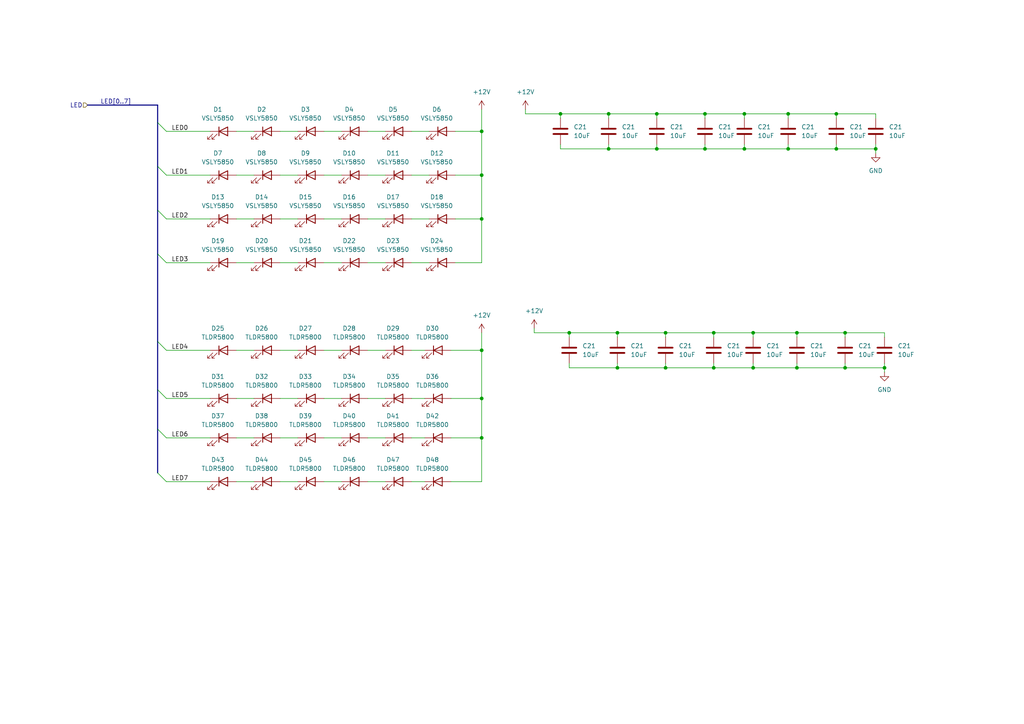
<source format=kicad_sch>
(kicad_sch (version 20230121) (generator eeschema)

  (uuid cc919e91-63da-4b6c-8318-c12536475e3f)

  (paper "A4")

  (lib_symbols
    (symbol "Device:C" (pin_numbers hide) (pin_names (offset 0.254)) (in_bom yes) (on_board yes)
      (property "Reference" "C" (at 0.635 2.54 0)
        (effects (font (size 1.27 1.27)) (justify left))
      )
      (property "Value" "C" (at 0.635 -2.54 0)
        (effects (font (size 1.27 1.27)) (justify left))
      )
      (property "Footprint" "" (at 0.9652 -3.81 0)
        (effects (font (size 1.27 1.27)) hide)
      )
      (property "Datasheet" "~" (at 0 0 0)
        (effects (font (size 1.27 1.27)) hide)
      )
      (property "ki_keywords" "cap capacitor" (at 0 0 0)
        (effects (font (size 1.27 1.27)) hide)
      )
      (property "ki_description" "Unpolarized capacitor" (at 0 0 0)
        (effects (font (size 1.27 1.27)) hide)
      )
      (property "ki_fp_filters" "C_*" (at 0 0 0)
        (effects (font (size 1.27 1.27)) hide)
      )
      (symbol "C_0_1"
        (polyline
          (pts
            (xy -2.032 -0.762)
            (xy 2.032 -0.762)
          )
          (stroke (width 0.508) (type default))
          (fill (type none))
        )
        (polyline
          (pts
            (xy -2.032 0.762)
            (xy 2.032 0.762)
          )
          (stroke (width 0.508) (type default))
          (fill (type none))
        )
      )
      (symbol "C_1_1"
        (pin passive line (at 0 3.81 270) (length 2.794)
          (name "~" (effects (font (size 1.27 1.27))))
          (number "1" (effects (font (size 1.27 1.27))))
        )
        (pin passive line (at 0 -3.81 90) (length 2.794)
          (name "~" (effects (font (size 1.27 1.27))))
          (number "2" (effects (font (size 1.27 1.27))))
        )
      )
    )
    (symbol "Device:LED" (pin_numbers hide) (pin_names (offset 1.016) hide) (in_bom yes) (on_board yes)
      (property "Reference" "D" (at 0 2.54 0)
        (effects (font (size 1.27 1.27)))
      )
      (property "Value" "LED" (at 0 -2.54 0)
        (effects (font (size 1.27 1.27)))
      )
      (property "Footprint" "" (at 0 0 0)
        (effects (font (size 1.27 1.27)) hide)
      )
      (property "Datasheet" "~" (at 0 0 0)
        (effects (font (size 1.27 1.27)) hide)
      )
      (property "ki_keywords" "LED diode" (at 0 0 0)
        (effects (font (size 1.27 1.27)) hide)
      )
      (property "ki_description" "Light emitting diode" (at 0 0 0)
        (effects (font (size 1.27 1.27)) hide)
      )
      (property "ki_fp_filters" "LED* LED_SMD:* LED_THT:*" (at 0 0 0)
        (effects (font (size 1.27 1.27)) hide)
      )
      (symbol "LED_0_1"
        (polyline
          (pts
            (xy -1.27 -1.27)
            (xy -1.27 1.27)
          )
          (stroke (width 0.254) (type default))
          (fill (type none))
        )
        (polyline
          (pts
            (xy -1.27 0)
            (xy 1.27 0)
          )
          (stroke (width 0) (type default))
          (fill (type none))
        )
        (polyline
          (pts
            (xy 1.27 -1.27)
            (xy 1.27 1.27)
            (xy -1.27 0)
            (xy 1.27 -1.27)
          )
          (stroke (width 0.254) (type default))
          (fill (type none))
        )
        (polyline
          (pts
            (xy -3.048 -0.762)
            (xy -4.572 -2.286)
            (xy -3.81 -2.286)
            (xy -4.572 -2.286)
            (xy -4.572 -1.524)
          )
          (stroke (width 0) (type default))
          (fill (type none))
        )
        (polyline
          (pts
            (xy -1.778 -0.762)
            (xy -3.302 -2.286)
            (xy -2.54 -2.286)
            (xy -3.302 -2.286)
            (xy -3.302 -1.524)
          )
          (stroke (width 0) (type default))
          (fill (type none))
        )
      )
      (symbol "LED_1_1"
        (pin passive line (at -3.81 0 0) (length 2.54)
          (name "K" (effects (font (size 1.27 1.27))))
          (number "1" (effects (font (size 1.27 1.27))))
        )
        (pin passive line (at 3.81 0 180) (length 2.54)
          (name "A" (effects (font (size 1.27 1.27))))
          (number "2" (effects (font (size 1.27 1.27))))
        )
      )
    )
    (symbol "power:+12V" (power) (pin_names (offset 0)) (in_bom yes) (on_board yes)
      (property "Reference" "#PWR" (at 0 -3.81 0)
        (effects (font (size 1.27 1.27)) hide)
      )
      (property "Value" "+12V" (at 0 3.556 0)
        (effects (font (size 1.27 1.27)))
      )
      (property "Footprint" "" (at 0 0 0)
        (effects (font (size 1.27 1.27)) hide)
      )
      (property "Datasheet" "" (at 0 0 0)
        (effects (font (size 1.27 1.27)) hide)
      )
      (property "ki_keywords" "global power" (at 0 0 0)
        (effects (font (size 1.27 1.27)) hide)
      )
      (property "ki_description" "Power symbol creates a global label with name \"+12V\"" (at 0 0 0)
        (effects (font (size 1.27 1.27)) hide)
      )
      (symbol "+12V_0_1"
        (polyline
          (pts
            (xy -0.762 1.27)
            (xy 0 2.54)
          )
          (stroke (width 0) (type default))
          (fill (type none))
        )
        (polyline
          (pts
            (xy 0 0)
            (xy 0 2.54)
          )
          (stroke (width 0) (type default))
          (fill (type none))
        )
        (polyline
          (pts
            (xy 0 2.54)
            (xy 0.762 1.27)
          )
          (stroke (width 0) (type default))
          (fill (type none))
        )
      )
      (symbol "+12V_1_1"
        (pin power_in line (at 0 0 90) (length 0) hide
          (name "+12V" (effects (font (size 1.27 1.27))))
          (number "1" (effects (font (size 1.27 1.27))))
        )
      )
    )
    (symbol "power:GND" (power) (pin_names (offset 0)) (in_bom yes) (on_board yes)
      (property "Reference" "#PWR" (at 0 -6.35 0)
        (effects (font (size 1.27 1.27)) hide)
      )
      (property "Value" "GND" (at 0 -3.81 0)
        (effects (font (size 1.27 1.27)))
      )
      (property "Footprint" "" (at 0 0 0)
        (effects (font (size 1.27 1.27)) hide)
      )
      (property "Datasheet" "" (at 0 0 0)
        (effects (font (size 1.27 1.27)) hide)
      )
      (property "ki_keywords" "global power" (at 0 0 0)
        (effects (font (size 1.27 1.27)) hide)
      )
      (property "ki_description" "Power symbol creates a global label with name \"GND\" , ground" (at 0 0 0)
        (effects (font (size 1.27 1.27)) hide)
      )
      (symbol "GND_0_1"
        (polyline
          (pts
            (xy 0 0)
            (xy 0 -1.27)
            (xy 1.27 -1.27)
            (xy 0 -2.54)
            (xy -1.27 -1.27)
            (xy 0 -1.27)
          )
          (stroke (width 0) (type default))
          (fill (type none))
        )
      )
      (symbol "GND_1_1"
        (pin power_in line (at 0 0 270) (length 0) hide
          (name "GND" (effects (font (size 1.27 1.27))))
          (number "1" (effects (font (size 1.27 1.27))))
        )
      )
    )
  )

  (junction (at 139.7 101.6) (diameter 0) (color 0 0 0 0)
    (uuid 03bba9ff-fd43-4aa3-98f6-e9ffdea01656)
  )
  (junction (at 190.5 33.02) (diameter 0) (color 0 0 0 0)
    (uuid 1ddcc7a0-3b33-4844-8d86-a29bdfc7d03b)
  )
  (junction (at 193.04 106.68) (diameter 0) (color 0 0 0 0)
    (uuid 20c31de6-7d20-4538-8c2d-43e2d94752d2)
  )
  (junction (at 231.14 106.68) (diameter 0) (color 0 0 0 0)
    (uuid 294f11ac-fcfb-45c3-a53e-8b9178589f4f)
  )
  (junction (at 242.57 43.18) (diameter 0) (color 0 0 0 0)
    (uuid 382fff95-9da8-4de8-bc81-6c7014c0c5c6)
  )
  (junction (at 139.7 63.5) (diameter 0) (color 0 0 0 0)
    (uuid 3a98216b-f462-4eea-862e-ee4602068767)
  )
  (junction (at 179.07 96.52) (diameter 0) (color 0 0 0 0)
    (uuid 426a88cc-d779-4d6f-99ec-3de1b56381a8)
  )
  (junction (at 204.47 43.18) (diameter 0) (color 0 0 0 0)
    (uuid 4bef1a41-9e80-4ab9-83a5-7671967f33ed)
  )
  (junction (at 139.7 115.57) (diameter 0) (color 0 0 0 0)
    (uuid 5305360d-8ea9-4a26-9a7b-6d1a545521b9)
  )
  (junction (at 218.44 106.68) (diameter 0) (color 0 0 0 0)
    (uuid 6a84f98c-0b31-44dc-beb8-e45a99972228)
  )
  (junction (at 190.5 43.18) (diameter 0) (color 0 0 0 0)
    (uuid 71699814-2f39-437a-933c-6cd2c8481c3d)
  )
  (junction (at 179.07 106.68) (diameter 0) (color 0 0 0 0)
    (uuid 741cd67d-d705-45ff-801f-656a4ecdc535)
  )
  (junction (at 176.53 43.18) (diameter 0) (color 0 0 0 0)
    (uuid 7680148d-5205-43ff-961c-1013229c25e4)
  )
  (junction (at 228.6 43.18) (diameter 0) (color 0 0 0 0)
    (uuid 7eb55039-3958-42de-90ac-1f76e9d48cf9)
  )
  (junction (at 228.6 33.02) (diameter 0) (color 0 0 0 0)
    (uuid 7f8c9b95-3427-4828-84ee-144e2cd30e9a)
  )
  (junction (at 245.11 106.68) (diameter 0) (color 0 0 0 0)
    (uuid 83664a51-4109-407e-8c37-c0095e52b9cd)
  )
  (junction (at 162.56 33.02) (diameter 0) (color 0 0 0 0)
    (uuid 84880d4b-8574-45cf-88ff-95967b44b17c)
  )
  (junction (at 207.01 96.52) (diameter 0) (color 0 0 0 0)
    (uuid 8c9d63ba-383d-41f1-bfb2-05d92c5980ba)
  )
  (junction (at 256.54 106.68) (diameter 0) (color 0 0 0 0)
    (uuid 8f4a9742-abe6-4ba0-93d3-88ee24e0e6ba)
  )
  (junction (at 165.1 96.52) (diameter 0) (color 0 0 0 0)
    (uuid 934f16a1-224e-4643-9ddd-d2bb74570059)
  )
  (junction (at 139.7 50.8) (diameter 0) (color 0 0 0 0)
    (uuid 96ded6f6-64d0-4775-abe7-b7efa16e37aa)
  )
  (junction (at 245.11 96.52) (diameter 0) (color 0 0 0 0)
    (uuid 9c42a3db-5623-40e1-97ad-bd4d31c8283e)
  )
  (junction (at 139.7 38.1) (diameter 0) (color 0 0 0 0)
    (uuid a5347863-e286-4b10-8d96-9fa24ee12246)
  )
  (junction (at 207.01 106.68) (diameter 0) (color 0 0 0 0)
    (uuid b0f90b15-46fd-451f-9555-c0a874f9c74a)
  )
  (junction (at 231.14 96.52) (diameter 0) (color 0 0 0 0)
    (uuid b1c1b14d-0945-4eb2-baa5-069e6212a0c2)
  )
  (junction (at 215.9 33.02) (diameter 0) (color 0 0 0 0)
    (uuid ba75bb8b-fa12-4a67-8e32-72b5045a4631)
  )
  (junction (at 139.7 127) (diameter 0) (color 0 0 0 0)
    (uuid bf3ad816-6345-4a8c-b61d-9a81192ffe0b)
  )
  (junction (at 204.47 33.02) (diameter 0) (color 0 0 0 0)
    (uuid bf8937f2-9f62-47c6-915a-c3bd2bfe12d4)
  )
  (junction (at 215.9 43.18) (diameter 0) (color 0 0 0 0)
    (uuid cfb443f3-b906-46b0-9a07-15801b5aea0c)
  )
  (junction (at 218.44 96.52) (diameter 0) (color 0 0 0 0)
    (uuid d2c5ec98-5a2c-4718-a7b1-bf40240cd790)
  )
  (junction (at 176.53 33.02) (diameter 0) (color 0 0 0 0)
    (uuid df1b4b67-13e8-413a-81fe-082f1718ab49)
  )
  (junction (at 254 43.18) (diameter 0) (color 0 0 0 0)
    (uuid e8d3326e-255e-4d15-be91-c0a34ca928d3)
  )
  (junction (at 193.04 96.52) (diameter 0) (color 0 0 0 0)
    (uuid f1b533c4-b004-4838-a2ec-92bd69440b3b)
  )
  (junction (at 242.57 33.02) (diameter 0) (color 0 0 0 0)
    (uuid f91721c9-c379-4677-a4cc-ba99711496e3)
  )

  (bus_entry (at 45.72 113.03) (size 2.54 2.54)
    (stroke (width 0) (type default))
    (uuid 2ed95bd7-cb29-4817-a9af-849571bbc495)
  )
  (bus_entry (at 45.72 137.16) (size 2.54 2.54)
    (stroke (width 0) (type default))
    (uuid 3487803b-3f3e-4fd3-bfa3-8ee81884e130)
  )
  (bus_entry (at 45.72 48.26) (size 2.54 2.54)
    (stroke (width 0) (type default))
    (uuid 3e0222af-4790-49cc-a0df-fdac620c1062)
  )
  (bus_entry (at 45.72 60.96) (size 2.54 2.54)
    (stroke (width 0) (type default))
    (uuid 7cc966d3-3b3a-45c6-b6de-aaa050564b51)
  )
  (bus_entry (at 45.72 35.56) (size 2.54 2.54)
    (stroke (width 0) (type default))
    (uuid 8f665edc-2537-41c2-9e0b-ce1ccae77ad2)
  )
  (bus_entry (at 45.72 99.06) (size 2.54 2.54)
    (stroke (width 0) (type default))
    (uuid a771dde6-2184-4599-a86c-64cf7cc730f0)
  )
  (bus_entry (at 45.72 73.66) (size 2.54 2.54)
    (stroke (width 0) (type default))
    (uuid b9fcae1b-55a7-40bf-963c-a8e77b09f206)
  )
  (bus_entry (at 45.72 124.46) (size 2.54 2.54)
    (stroke (width 0) (type default))
    (uuid f36169b6-61c6-4d5a-b560-4d879304f348)
  )

  (wire (pts (xy 242.57 43.18) (xy 242.57 41.91))
    (stroke (width 0) (type default))
    (uuid 001fe7fd-c4e9-4ca9-bc90-ff8984e26444)
  )
  (wire (pts (xy 154.94 95.25) (xy 154.94 96.52))
    (stroke (width 0) (type default))
    (uuid 02073195-cde8-4409-8749-c85fd6c88b94)
  )
  (wire (pts (xy 152.4 31.75) (xy 152.4 33.02))
    (stroke (width 0) (type default))
    (uuid 027d64b7-7789-40c6-b891-f37b6e5a7199)
  )
  (wire (pts (xy 106.68 63.5) (xy 111.76 63.5))
    (stroke (width 0) (type default))
    (uuid 03ef2c5e-80dd-47a2-91e3-8bdefebbd054)
  )
  (wire (pts (xy 81.28 63.5) (xy 86.36 63.5))
    (stroke (width 0) (type default))
    (uuid 0408659a-c3f4-4f05-b1eb-12ca21ca67da)
  )
  (wire (pts (xy 93.98 115.57) (xy 99.06 115.57))
    (stroke (width 0) (type default))
    (uuid 07823366-2c43-46cd-94d7-050c12c289d8)
  )
  (wire (pts (xy 139.7 50.8) (xy 139.7 63.5))
    (stroke (width 0) (type default))
    (uuid 0bcfca35-e99f-4445-833f-0b0c7f47fc2a)
  )
  (wire (pts (xy 130.81 127) (xy 139.7 127))
    (stroke (width 0) (type default))
    (uuid 0be2254b-8f77-43ff-bb99-8d4dbd1350d7)
  )
  (wire (pts (xy 48.26 101.6) (xy 60.96 101.6))
    (stroke (width 0) (type default))
    (uuid 0c63bf57-033a-457b-b054-d224089ee7de)
  )
  (wire (pts (xy 162.56 43.18) (xy 162.56 41.91))
    (stroke (width 0) (type default))
    (uuid 0e4bfa9e-6aa1-429a-8f0a-3a0c406a3e39)
  )
  (wire (pts (xy 130.81 101.6) (xy 139.7 101.6))
    (stroke (width 0) (type default))
    (uuid 0fdef5ec-eb0f-455b-91d1-e2525c35ef88)
  )
  (wire (pts (xy 132.08 38.1) (xy 139.7 38.1))
    (stroke (width 0) (type default))
    (uuid 10e8909c-3ab2-448b-99c1-e6eeb4e5499b)
  )
  (wire (pts (xy 132.08 76.2) (xy 139.7 76.2))
    (stroke (width 0) (type default))
    (uuid 11122eb8-90c8-4e4a-8de5-54e0521ae12e)
  )
  (wire (pts (xy 215.9 33.02) (xy 228.6 33.02))
    (stroke (width 0) (type default))
    (uuid 183ab2db-b3d6-4700-a0cf-17da46c37161)
  )
  (wire (pts (xy 119.38 101.6) (xy 123.19 101.6))
    (stroke (width 0) (type default))
    (uuid 18617a79-42b0-476e-b5d9-e6e6c64432ff)
  )
  (wire (pts (xy 162.56 33.02) (xy 162.56 34.29))
    (stroke (width 0) (type default))
    (uuid 19a3e1b0-1db3-4126-ace0-d7adffc74d16)
  )
  (wire (pts (xy 245.11 106.68) (xy 231.14 106.68))
    (stroke (width 0) (type default))
    (uuid 19bfa697-a463-47ee-aa48-6247a93b2c2d)
  )
  (wire (pts (xy 130.81 115.57) (xy 139.7 115.57))
    (stroke (width 0) (type default))
    (uuid 1c5fe453-d42d-4b2c-b3d3-88efcf55bcec)
  )
  (wire (pts (xy 193.04 106.68) (xy 193.04 105.41))
    (stroke (width 0) (type default))
    (uuid 1f0d59f3-fd31-436b-bde9-dcf5aaf1a84b)
  )
  (wire (pts (xy 176.53 43.18) (xy 190.5 43.18))
    (stroke (width 0) (type default))
    (uuid 23b0e615-3705-47ef-bcd9-c78cbf8cd261)
  )
  (wire (pts (xy 48.26 76.2) (xy 60.96 76.2))
    (stroke (width 0) (type default))
    (uuid 24f52aa9-488e-411a-a91b-0e37196ff5b7)
  )
  (wire (pts (xy 139.7 63.5) (xy 139.7 76.2))
    (stroke (width 0) (type default))
    (uuid 264784b0-fa33-4050-9184-bcb56f3fc79e)
  )
  (wire (pts (xy 245.11 96.52) (xy 256.54 96.52))
    (stroke (width 0) (type default))
    (uuid 2a29591b-82d4-46f5-87f5-cc3756fb7b5d)
  )
  (wire (pts (xy 119.38 139.7) (xy 123.19 139.7))
    (stroke (width 0) (type default))
    (uuid 2ba7d462-bef0-452a-8450-1e4629f19c1f)
  )
  (wire (pts (xy 165.1 96.52) (xy 165.1 97.79))
    (stroke (width 0) (type default))
    (uuid 2eae1181-08cd-4b7a-87b9-b7a2ebbd724d)
  )
  (wire (pts (xy 132.08 63.5) (xy 139.7 63.5))
    (stroke (width 0) (type default))
    (uuid 3026f325-db90-4f76-b924-65ee63b3d446)
  )
  (wire (pts (xy 176.53 33.02) (xy 190.5 33.02))
    (stroke (width 0) (type default))
    (uuid 30ba895c-1782-4202-ad71-89bfaa86fe6b)
  )
  (wire (pts (xy 93.98 63.5) (xy 99.06 63.5))
    (stroke (width 0) (type default))
    (uuid 32299858-f749-4bd4-b47d-0f73f3f40b01)
  )
  (wire (pts (xy 190.5 43.18) (xy 190.5 41.91))
    (stroke (width 0) (type default))
    (uuid 33d8f91b-ae01-4467-a675-2d1684df6799)
  )
  (bus (pts (xy 45.72 30.48) (xy 45.72 35.56))
    (stroke (width 0) (type default))
    (uuid 34b91e28-37b6-47b8-a881-ced41fc4a772)
  )

  (wire (pts (xy 228.6 43.18) (xy 215.9 43.18))
    (stroke (width 0) (type default))
    (uuid 365e8d20-3b53-4d96-812e-033a205d8617)
  )
  (wire (pts (xy 68.58 63.5) (xy 73.66 63.5))
    (stroke (width 0) (type default))
    (uuid 374017d4-3e5e-4099-b96b-cc0232b34598)
  )
  (wire (pts (xy 179.07 96.52) (xy 193.04 96.52))
    (stroke (width 0) (type default))
    (uuid 375e243d-03f9-4402-a8aa-8d6475000cb3)
  )
  (wire (pts (xy 81.28 50.8) (xy 86.36 50.8))
    (stroke (width 0) (type default))
    (uuid 3769ce43-54b5-4cf9-b19b-47f72fb0a6ef)
  )
  (wire (pts (xy 132.08 50.8) (xy 139.7 50.8))
    (stroke (width 0) (type default))
    (uuid 39217c12-4203-471c-9f4b-e28d9c08beff)
  )
  (wire (pts (xy 218.44 96.52) (xy 218.44 97.79))
    (stroke (width 0) (type default))
    (uuid 3a5ebb19-7b05-4ad5-9ad6-3e746b089fae)
  )
  (wire (pts (xy 68.58 127) (xy 73.66 127))
    (stroke (width 0) (type default))
    (uuid 3a658afa-b270-4a25-9f11-c0a2c8640ffe)
  )
  (wire (pts (xy 218.44 106.68) (xy 207.01 106.68))
    (stroke (width 0) (type default))
    (uuid 3e178a01-01e2-43bf-bc2f-1370a43cb9ea)
  )
  (wire (pts (xy 231.14 106.68) (xy 218.44 106.68))
    (stroke (width 0) (type default))
    (uuid 41cba822-7968-4581-907c-bea62d8e9578)
  )
  (wire (pts (xy 204.47 33.02) (xy 204.47 34.29))
    (stroke (width 0) (type default))
    (uuid 42d7d55e-b38c-4ccd-9e90-4543885f73f5)
  )
  (wire (pts (xy 218.44 106.68) (xy 218.44 105.41))
    (stroke (width 0) (type default))
    (uuid 43f74e94-5aa3-4764-92b9-2fa953f8d986)
  )
  (wire (pts (xy 215.9 43.18) (xy 204.47 43.18))
    (stroke (width 0) (type default))
    (uuid 48032273-b11a-4005-b050-f21cfbd89cb1)
  )
  (wire (pts (xy 207.01 96.52) (xy 218.44 96.52))
    (stroke (width 0) (type default))
    (uuid 490ccaab-3976-44d3-bb7b-c3f01b6ddd34)
  )
  (wire (pts (xy 165.1 96.52) (xy 179.07 96.52))
    (stroke (width 0) (type default))
    (uuid 4947553e-acb9-4d4d-930d-e57f4eba0418)
  )
  (bus (pts (xy 45.72 48.26) (xy 45.72 60.96))
    (stroke (width 0) (type default))
    (uuid 4987cc96-e061-4e7b-a5d8-cb610e6c6952)
  )

  (wire (pts (xy 179.07 106.68) (xy 179.07 105.41))
    (stroke (width 0) (type default))
    (uuid 52900f31-852a-4386-b070-791c8d1cfb5e)
  )
  (wire (pts (xy 48.26 63.5) (xy 60.96 63.5))
    (stroke (width 0) (type default))
    (uuid 57a82b48-c6d6-43cf-8a11-d5066137b0cf)
  )
  (wire (pts (xy 242.57 33.02) (xy 254 33.02))
    (stroke (width 0) (type default))
    (uuid 5a0070e2-bfa5-4a65-93a3-3ece2ab4e814)
  )
  (wire (pts (xy 48.26 50.8) (xy 60.96 50.8))
    (stroke (width 0) (type default))
    (uuid 5a1b522c-4a87-42c7-8c04-eb4e98b5b28b)
  )
  (wire (pts (xy 193.04 96.52) (xy 193.04 97.79))
    (stroke (width 0) (type default))
    (uuid 5ae69828-b3d9-4ca5-9742-8d92009c00d0)
  )
  (wire (pts (xy 207.01 106.68) (xy 207.01 105.41))
    (stroke (width 0) (type default))
    (uuid 5b9c1300-2954-49d0-b44b-950849d9a1ad)
  )
  (wire (pts (xy 48.26 139.7) (xy 60.96 139.7))
    (stroke (width 0) (type default))
    (uuid 5cc4885a-e659-4b42-b55f-38a88381fc82)
  )
  (wire (pts (xy 228.6 33.02) (xy 228.6 34.29))
    (stroke (width 0) (type default))
    (uuid 609d5e3f-b531-477b-9536-9ffac181165b)
  )
  (wire (pts (xy 81.28 139.7) (xy 86.36 139.7))
    (stroke (width 0) (type default))
    (uuid 64f4d5d9-4f71-474d-9682-e715cdda4f54)
  )
  (wire (pts (xy 190.5 33.02) (xy 190.5 34.29))
    (stroke (width 0) (type default))
    (uuid 66fec6e7-23f3-4887-9252-09f93a76080f)
  )
  (wire (pts (xy 81.28 76.2) (xy 86.36 76.2))
    (stroke (width 0) (type default))
    (uuid 69c49068-e451-4f11-be4a-d40fc8542e6c)
  )
  (wire (pts (xy 139.7 31.75) (xy 139.7 38.1))
    (stroke (width 0) (type default))
    (uuid 6c25e653-db31-4692-82ea-731978a48752)
  )
  (wire (pts (xy 93.98 50.8) (xy 99.06 50.8))
    (stroke (width 0) (type default))
    (uuid 6dfe5155-5bfb-4e7e-a584-ca250941fd6d)
  )
  (wire (pts (xy 176.53 33.02) (xy 176.53 34.29))
    (stroke (width 0) (type default))
    (uuid 6e74fc29-5a05-4e5b-a7a9-a3bf47a82a7f)
  )
  (wire (pts (xy 106.68 101.6) (xy 111.76 101.6))
    (stroke (width 0) (type default))
    (uuid 6f20b8dd-622a-4681-a0c2-fe701a85e19e)
  )
  (wire (pts (xy 81.28 115.57) (xy 86.36 115.57))
    (stroke (width 0) (type default))
    (uuid 6f27f83f-f09e-4e07-9790-eb94596b3cb3)
  )
  (wire (pts (xy 162.56 43.18) (xy 176.53 43.18))
    (stroke (width 0) (type default))
    (uuid 6fe7ede1-bfa3-4f41-9466-991f5f15d0c1)
  )
  (wire (pts (xy 256.54 96.52) (xy 256.54 97.79))
    (stroke (width 0) (type default))
    (uuid 717a506c-1a94-4cec-9d4c-4421ebd4bb83)
  )
  (wire (pts (xy 231.14 106.68) (xy 231.14 105.41))
    (stroke (width 0) (type default))
    (uuid 731bc49f-369e-4bff-a999-90bb20435399)
  )
  (wire (pts (xy 254 43.18) (xy 254 44.45))
    (stroke (width 0) (type default))
    (uuid 749b0517-c573-4c5f-8437-568a421b8ca5)
  )
  (wire (pts (xy 119.38 50.8) (xy 124.46 50.8))
    (stroke (width 0) (type default))
    (uuid 74d0713b-e0f3-4275-902f-52f6f6093bc2)
  )
  (wire (pts (xy 254 33.02) (xy 254 34.29))
    (stroke (width 0) (type default))
    (uuid 773faeef-e15d-431f-9ad2-2b792b958b04)
  )
  (wire (pts (xy 139.7 101.6) (xy 139.7 115.57))
    (stroke (width 0) (type default))
    (uuid 77c12d6b-70e5-4d90-ac11-2aeb502de72c)
  )
  (wire (pts (xy 81.28 127) (xy 86.36 127))
    (stroke (width 0) (type default))
    (uuid 7b08e974-7918-4b11-bc1a-f933425474b7)
  )
  (bus (pts (xy 25.4 30.48) (xy 45.72 30.48))
    (stroke (width 0) (type default))
    (uuid 7c4f3e4b-81eb-481d-be8e-9d98e963180c)
  )

  (wire (pts (xy 68.58 76.2) (xy 73.66 76.2))
    (stroke (width 0) (type default))
    (uuid 7ce8a412-6f30-490d-b64f-b71ea15f445a)
  )
  (wire (pts (xy 81.28 101.6) (xy 86.36 101.6))
    (stroke (width 0) (type default))
    (uuid 7e70c2b6-459e-498c-b317-6e7ec0f57dd8)
  )
  (wire (pts (xy 228.6 33.02) (xy 242.57 33.02))
    (stroke (width 0) (type default))
    (uuid 7e89bc7c-9e62-492b-97cf-45449b0e9673)
  )
  (wire (pts (xy 106.68 50.8) (xy 111.76 50.8))
    (stroke (width 0) (type default))
    (uuid 7ed9758e-5ab3-44ec-88e6-c003c54072d5)
  )
  (wire (pts (xy 193.04 96.52) (xy 207.01 96.52))
    (stroke (width 0) (type default))
    (uuid 7fa98e1a-23a6-4c6b-9d44-8faec9b596d4)
  )
  (wire (pts (xy 106.68 115.57) (xy 111.76 115.57))
    (stroke (width 0) (type default))
    (uuid 7fd2d430-9daa-4fe7-a1a3-afe355b392e5)
  )
  (bus (pts (xy 45.72 60.96) (xy 45.72 73.66))
    (stroke (width 0) (type default))
    (uuid 81798e6e-7058-4f7f-9aca-16e5f55c3a3a)
  )

  (wire (pts (xy 242.57 33.02) (xy 242.57 34.29))
    (stroke (width 0) (type default))
    (uuid 8389a7c3-97c2-4e0f-b522-6893392b426f)
  )
  (bus (pts (xy 45.72 99.06) (xy 45.72 113.03))
    (stroke (width 0) (type default))
    (uuid 83f846b2-532a-42a0-9aac-301025ded4db)
  )
  (bus (pts (xy 45.72 73.66) (xy 45.72 99.06))
    (stroke (width 0) (type default))
    (uuid 89f42348-f556-41ac-a516-177819c00c46)
  )

  (wire (pts (xy 48.26 38.1) (xy 60.96 38.1))
    (stroke (width 0) (type default))
    (uuid 8b3b2ba2-4f24-47b7-9b73-eeb0a56150c5)
  )
  (wire (pts (xy 68.58 50.8) (xy 73.66 50.8))
    (stroke (width 0) (type default))
    (uuid 8b70607c-6dc6-45b1-a3ce-27110dd2159e)
  )
  (wire (pts (xy 176.53 43.18) (xy 176.53 41.91))
    (stroke (width 0) (type default))
    (uuid 8bedbae6-cefa-43f3-9648-0b9e8f969436)
  )
  (wire (pts (xy 256.54 105.41) (xy 256.54 106.68))
    (stroke (width 0) (type default))
    (uuid 8ce2ff4c-8386-407c-bf52-2639c216036b)
  )
  (wire (pts (xy 119.38 115.57) (xy 123.19 115.57))
    (stroke (width 0) (type default))
    (uuid 8d0a9353-e8d9-421c-b609-132625922985)
  )
  (wire (pts (xy 68.58 115.57) (xy 73.66 115.57))
    (stroke (width 0) (type default))
    (uuid 93f21b03-67f8-4aa0-b830-15a74d2c40cd)
  )
  (wire (pts (xy 218.44 96.52) (xy 231.14 96.52))
    (stroke (width 0) (type default))
    (uuid 98851916-ba67-4d3a-92fe-6b0de552a7b1)
  )
  (bus (pts (xy 45.72 113.03) (xy 45.72 124.46))
    (stroke (width 0) (type default))
    (uuid 9f8ec3ed-528f-406e-a219-58d99faa2002)
  )

  (wire (pts (xy 139.7 127) (xy 139.7 139.7))
    (stroke (width 0) (type default))
    (uuid a4289b41-a41f-4512-bb0c-f4181e671770)
  )
  (wire (pts (xy 68.58 38.1) (xy 73.66 38.1))
    (stroke (width 0) (type default))
    (uuid a4afd524-585f-4d31-a2b7-a4838dd7e7e1)
  )
  (wire (pts (xy 81.28 38.1) (xy 86.36 38.1))
    (stroke (width 0) (type default))
    (uuid a770fa86-8f56-415f-b025-bebbe371c1d9)
  )
  (wire (pts (xy 93.98 101.6) (xy 99.06 101.6))
    (stroke (width 0) (type default))
    (uuid a79919f7-de27-4085-9b82-a08c226d6460)
  )
  (wire (pts (xy 245.11 106.68) (xy 245.11 105.41))
    (stroke (width 0) (type default))
    (uuid abfe783a-5888-4515-9af1-acf7edeec597)
  )
  (wire (pts (xy 165.1 106.68) (xy 179.07 106.68))
    (stroke (width 0) (type default))
    (uuid b0ac9995-8c2b-4ea1-89ed-eb1f070181cb)
  )
  (wire (pts (xy 68.58 101.6) (xy 73.66 101.6))
    (stroke (width 0) (type default))
    (uuid b0d1c9cb-2fd0-42ac-b4cd-5119b410e8fc)
  )
  (wire (pts (xy 93.98 139.7) (xy 99.06 139.7))
    (stroke (width 0) (type default))
    (uuid b331b84f-2327-4bb1-8eb8-e83498df5347)
  )
  (wire (pts (xy 106.68 76.2) (xy 111.76 76.2))
    (stroke (width 0) (type default))
    (uuid b706ed4c-c0f0-4457-9970-8c20a50f7601)
  )
  (wire (pts (xy 256.54 106.68) (xy 245.11 106.68))
    (stroke (width 0) (type default))
    (uuid b84a6d44-0946-4b23-9dfd-dae15db462b1)
  )
  (bus (pts (xy 45.72 35.56) (xy 45.72 48.26))
    (stroke (width 0) (type default))
    (uuid ba698332-a860-444b-835c-5a6f30f67d1b)
  )

  (wire (pts (xy 242.57 43.18) (xy 228.6 43.18))
    (stroke (width 0) (type default))
    (uuid bcab955d-c9b9-448c-b40d-fcc4897cd197)
  )
  (wire (pts (xy 245.11 96.52) (xy 245.11 97.79))
    (stroke (width 0) (type default))
    (uuid bcea2b65-961a-473c-9fbb-fc9e7de04625)
  )
  (wire (pts (xy 93.98 76.2) (xy 99.06 76.2))
    (stroke (width 0) (type default))
    (uuid bedf8eea-1311-469b-b72e-2102d9d85047)
  )
  (wire (pts (xy 139.7 38.1) (xy 139.7 50.8))
    (stroke (width 0) (type default))
    (uuid c094e5fc-4a4a-42c3-ac17-ba1928aa71a2)
  )
  (wire (pts (xy 228.6 43.18) (xy 228.6 41.91))
    (stroke (width 0) (type default))
    (uuid c4194701-db84-4fe0-ba73-11fca1bca3b8)
  )
  (wire (pts (xy 207.01 96.52) (xy 207.01 97.79))
    (stroke (width 0) (type default))
    (uuid c70f4fe7-7cde-4d83-a612-1735124a0ae8)
  )
  (wire (pts (xy 106.68 139.7) (xy 111.76 139.7))
    (stroke (width 0) (type default))
    (uuid c715069a-5b10-4e14-bd50-7b788d241c1c)
  )
  (wire (pts (xy 119.38 63.5) (xy 124.46 63.5))
    (stroke (width 0) (type default))
    (uuid c7af9d3c-78fb-41c9-aae6-85deaf956c37)
  )
  (wire (pts (xy 48.26 127) (xy 60.96 127))
    (stroke (width 0) (type default))
    (uuid c9575b76-65ac-4f7d-9fc8-bbbc537acffa)
  )
  (wire (pts (xy 165.1 106.68) (xy 165.1 105.41))
    (stroke (width 0) (type default))
    (uuid cce0e7b9-74ed-4d12-bdf8-b13d3a66caee)
  )
  (wire (pts (xy 106.68 127) (xy 111.76 127))
    (stroke (width 0) (type default))
    (uuid d35e1c7d-7bcf-42a6-b658-2cb32a25b1b7)
  )
  (wire (pts (xy 106.68 38.1) (xy 111.76 38.1))
    (stroke (width 0) (type default))
    (uuid d460cf0f-4768-4491-a898-78b6a330439e)
  )
  (wire (pts (xy 231.14 96.52) (xy 231.14 97.79))
    (stroke (width 0) (type default))
    (uuid d556aa11-0686-40cb-9863-dd0759cf67cd)
  )
  (wire (pts (xy 139.7 96.52) (xy 139.7 101.6))
    (stroke (width 0) (type default))
    (uuid d6611f05-1f22-4ee0-ba0c-2732cc6d9509)
  )
  (wire (pts (xy 256.54 106.68) (xy 256.54 107.95))
    (stroke (width 0) (type default))
    (uuid dc71051d-b583-41a3-a2da-f901e7f2b030)
  )
  (wire (pts (xy 204.47 33.02) (xy 215.9 33.02))
    (stroke (width 0) (type default))
    (uuid dcce13d9-36b5-4e2e-904a-93a8ee23739d)
  )
  (wire (pts (xy 119.38 127) (xy 123.19 127))
    (stroke (width 0) (type default))
    (uuid dd3c147e-a70e-4d1e-8988-8c2c094c61df)
  )
  (wire (pts (xy 119.38 76.2) (xy 124.46 76.2))
    (stroke (width 0) (type default))
    (uuid df848d8d-d4f2-473a-aa73-9502564c9a86)
  )
  (wire (pts (xy 162.56 33.02) (xy 176.53 33.02))
    (stroke (width 0) (type default))
    (uuid e0978910-f017-4198-b2c6-e90e81361a74)
  )
  (wire (pts (xy 179.07 106.68) (xy 193.04 106.68))
    (stroke (width 0) (type default))
    (uuid e1cb4e83-6fd5-4c03-b9a7-07978996c1a5)
  )
  (wire (pts (xy 231.14 96.52) (xy 245.11 96.52))
    (stroke (width 0) (type default))
    (uuid e29551da-5a89-4adc-a6d1-f638ad447ebc)
  )
  (wire (pts (xy 204.47 43.18) (xy 190.5 43.18))
    (stroke (width 0) (type default))
    (uuid e3bb835c-6c22-4910-bfd6-05221ad4a90a)
  )
  (wire (pts (xy 152.4 33.02) (xy 162.56 33.02))
    (stroke (width 0) (type default))
    (uuid e7584f5c-78c1-4e73-bfb8-362c99fd43e4)
  )
  (wire (pts (xy 130.81 139.7) (xy 139.7 139.7))
    (stroke (width 0) (type default))
    (uuid e7dc2ff5-6002-4610-bd0a-64a9cb08dc78)
  )
  (wire (pts (xy 215.9 33.02) (xy 215.9 34.29))
    (stroke (width 0) (type default))
    (uuid ebba5510-c6e2-42e1-8ebd-dfe12668dcc9)
  )
  (wire (pts (xy 179.07 96.52) (xy 179.07 97.79))
    (stroke (width 0) (type default))
    (uuid ecd3d0e1-2f42-4940-8c10-f7b9c2c7895a)
  )
  (bus (pts (xy 45.72 124.46) (xy 45.72 137.16))
    (stroke (width 0) (type default))
    (uuid ed04b7f8-fdbc-401a-a9b9-bf1a80212a7b)
  )

  (wire (pts (xy 48.26 115.57) (xy 60.96 115.57))
    (stroke (width 0) (type default))
    (uuid ed26a134-0766-4eff-99b4-4e1dc3efd038)
  )
  (wire (pts (xy 204.47 43.18) (xy 204.47 41.91))
    (stroke (width 0) (type default))
    (uuid ef2452d7-a172-4306-9df3-37798866b379)
  )
  (wire (pts (xy 119.38 38.1) (xy 124.46 38.1))
    (stroke (width 0) (type default))
    (uuid ef46913b-597d-408a-8f77-12b066901f18)
  )
  (wire (pts (xy 154.94 96.52) (xy 165.1 96.52))
    (stroke (width 0) (type default))
    (uuid f12c7e10-1c8f-48ca-a81d-ec0b7d068235)
  )
  (wire (pts (xy 190.5 33.02) (xy 204.47 33.02))
    (stroke (width 0) (type default))
    (uuid f195c28b-98f5-4a9a-9c00-b77f8d1552a0)
  )
  (wire (pts (xy 215.9 43.18) (xy 215.9 41.91))
    (stroke (width 0) (type default))
    (uuid f22f7aea-b65e-41a4-8ab8-041b231231bb)
  )
  (wire (pts (xy 139.7 115.57) (xy 139.7 127))
    (stroke (width 0) (type default))
    (uuid f2eeabec-4be8-43ad-94de-d7892b7b49c7)
  )
  (wire (pts (xy 254 41.91) (xy 254 43.18))
    (stroke (width 0) (type default))
    (uuid f4730841-6a00-4f4a-82db-4ad8b1cfd13f)
  )
  (wire (pts (xy 207.01 106.68) (xy 193.04 106.68))
    (stroke (width 0) (type default))
    (uuid fa98ed47-1d4d-4631-82f1-2e4713b89976)
  )
  (wire (pts (xy 68.58 139.7) (xy 73.66 139.7))
    (stroke (width 0) (type default))
    (uuid fc4229fe-6236-407c-969b-b1eacf34ef91)
  )
  (wire (pts (xy 254 43.18) (xy 242.57 43.18))
    (stroke (width 0) (type default))
    (uuid fdf08f54-2975-4431-b974-c7be0202ac96)
  )
  (wire (pts (xy 93.98 127) (xy 99.06 127))
    (stroke (width 0) (type default))
    (uuid fe0ceafe-2e81-4201-9395-6442183819c5)
  )
  (wire (pts (xy 93.98 38.1) (xy 99.06 38.1))
    (stroke (width 0) (type default))
    (uuid fe24bfd6-5539-488c-9913-429403969390)
  )

  (label "LED[0..7]" (at 38.1 30.48 180) (fields_autoplaced)
    (effects (font (size 1.27 1.27)) (justify right bottom))
    (uuid 02707b13-c5c3-4292-a5b9-7229a5004395)
  )
  (label "LED2" (at 54.61 63.5 180) (fields_autoplaced)
    (effects (font (size 1.27 1.27)) (justify right bottom))
    (uuid 07fca452-dee0-46a5-a683-4939e8a2d96e)
  )
  (label "LED4" (at 54.61 101.6 180) (fields_autoplaced)
    (effects (font (size 1.27 1.27)) (justify right bottom))
    (uuid 502b80f3-8516-4bbf-98be-0ea175c23f31)
  )
  (label "LED3" (at 54.61 76.2 180) (fields_autoplaced)
    (effects (font (size 1.27 1.27)) (justify right bottom))
    (uuid 844d46b4-8e54-4672-ac30-6cf0f9cf0d27)
  )
  (label "LED0" (at 54.61 38.1 180) (fields_autoplaced)
    (effects (font (size 1.27 1.27)) (justify right bottom))
    (uuid 85560d7a-009a-4a34-846e-bedf11014383)
  )
  (label "LED5" (at 54.61 115.57 180) (fields_autoplaced)
    (effects (font (size 1.27 1.27)) (justify right bottom))
    (uuid 8589eb6f-ab63-475f-a333-9924558d5321)
  )
  (label "LED1" (at 54.61 50.8 180) (fields_autoplaced)
    (effects (font (size 1.27 1.27)) (justify right bottom))
    (uuid a13e1b6d-1019-4955-bf4a-65e61e552efc)
  )
  (label "LED7" (at 54.61 139.7 180) (fields_autoplaced)
    (effects (font (size 1.27 1.27)) (justify right bottom))
    (uuid a360d7e3-4dd4-4b59-a992-88ded915a1d2)
  )
  (label "LED6" (at 54.61 127 180) (fields_autoplaced)
    (effects (font (size 1.27 1.27)) (justify right bottom))
    (uuid cbc16ec0-f9a5-48cf-9de1-2c5c3973de46)
  )

  (hierarchical_label "LED" (shape input) (at 25.4 30.48 180) (fields_autoplaced)
    (effects (font (size 1.27 1.27)) (justify right))
    (uuid 7bcfd997-9276-4f84-b29b-2e2fae5eddf0)
  )

  (symbol (lib_id "Device:LED") (at 77.47 115.57 0) (unit 1)
    (in_bom yes) (on_board yes) (dnp no) (fields_autoplaced)
    (uuid 179678fb-5daa-4839-b613-d83e56866663)
    (property "Reference" "D32" (at 75.8825 109.22 0)
      (effects (font (size 1.27 1.27)))
    )
    (property "Value" "TLDR5800" (at 75.8825 111.76 0)
      (effects (font (size 1.27 1.27)))
    )
    (property "Footprint" "LED_THT:LED_D5.0mm" (at 77.47 115.57 0)
      (effects (font (size 1.27 1.27)) hide)
    )
    (property "Datasheet" "~" (at 77.47 115.57 0)
      (effects (font (size 1.27 1.27)) hide)
    )
    (pin "1" (uuid 480b91fc-d1ff-4813-b216-cf90479ac8c2))
    (pin "2" (uuid eff9d235-a974-4e09-a42c-870bec093dec))
    (instances
      (project "pbm_device"
        (path "/c74719ba-f06a-44f5-9938-a8dc2ea94ffa/46eee6f4-b777-4d25-b1a5-97cbc49bd63c"
          (reference "D32") (unit 1)
        )
      )
    )
  )

  (symbol (lib_id "power:+12V") (at 139.7 31.75 0) (unit 1)
    (in_bom yes) (on_board yes) (dnp no) (fields_autoplaced)
    (uuid 26e6a06e-7d30-45b5-a9fc-c700344c883a)
    (property "Reference" "#PWR031" (at 139.7 35.56 0)
      (effects (font (size 1.27 1.27)) hide)
    )
    (property "Value" "+12V" (at 139.7 26.67 0)
      (effects (font (size 1.27 1.27)))
    )
    (property "Footprint" "" (at 139.7 31.75 0)
      (effects (font (size 1.27 1.27)) hide)
    )
    (property "Datasheet" "" (at 139.7 31.75 0)
      (effects (font (size 1.27 1.27)) hide)
    )
    (pin "1" (uuid d2a01a12-77bd-47f1-96f2-777f88c0b26f))
    (instances
      (project "pbm_device"
        (path "/c74719ba-f06a-44f5-9938-a8dc2ea94ffa/46eee6f4-b777-4d25-b1a5-97cbc49bd63c"
          (reference "#PWR031") (unit 1)
        )
      )
    )
  )

  (symbol (lib_id "Device:C") (at 242.57 38.1 0) (unit 1)
    (in_bom yes) (on_board yes) (dnp no) (fields_autoplaced)
    (uuid 2d07ccbd-d021-4c34-9160-4a9053a8cc52)
    (property "Reference" "C21" (at 246.38 36.83 0)
      (effects (font (size 1.27 1.27)) (justify left))
    )
    (property "Value" "10uF" (at 246.38 39.37 0)
      (effects (font (size 1.27 1.27)) (justify left))
    )
    (property "Footprint" "Resistor_SMD:R_0603_1608Metric_Pad0.98x0.95mm_HandSolder" (at 243.5352 41.91 0)
      (effects (font (size 1.27 1.27)) hide)
    )
    (property "Datasheet" "~" (at 242.57 38.1 0)
      (effects (font (size 1.27 1.27)) hide)
    )
    (pin "1" (uuid 803a2b88-2bb9-4af7-889d-149c75c60839))
    (pin "2" (uuid c5fc1c5c-92f9-4272-b2c8-f64913951a94))
    (instances
      (project "pbm_device"
        (path "/c74719ba-f06a-44f5-9938-a8dc2ea94ffa"
          (reference "C21") (unit 1)
        )
        (path "/c74719ba-f06a-44f5-9938-a8dc2ea94ffa/cae14b87-4c10-4309-b8c6-8f8334cc405d"
          (reference "C10") (unit 1)
        )
        (path "/c74719ba-f06a-44f5-9938-a8dc2ea94ffa/46eee6f4-b777-4d25-b1a5-97cbc49bd63c"
          (reference "C13") (unit 1)
        )
      )
    )
  )

  (symbol (lib_id "Device:LED") (at 90.17 139.7 0) (unit 1)
    (in_bom yes) (on_board yes) (dnp no) (fields_autoplaced)
    (uuid 2e1822d9-8b6c-4737-8cf1-a40fdebe74dd)
    (property "Reference" "D45" (at 88.5825 133.35 0)
      (effects (font (size 1.27 1.27)))
    )
    (property "Value" "TLDR5800" (at 88.5825 135.89 0)
      (effects (font (size 1.27 1.27)))
    )
    (property "Footprint" "LED_THT:LED_D5.0mm" (at 90.17 139.7 0)
      (effects (font (size 1.27 1.27)) hide)
    )
    (property "Datasheet" "~" (at 90.17 139.7 0)
      (effects (font (size 1.27 1.27)) hide)
    )
    (pin "1" (uuid 03ff85ce-4206-4e0f-b411-0e7d0787d6db))
    (pin "2" (uuid 98330642-04df-4375-911a-bb4ad2a48b77))
    (instances
      (project "pbm_device"
        (path "/c74719ba-f06a-44f5-9938-a8dc2ea94ffa/46eee6f4-b777-4d25-b1a5-97cbc49bd63c"
          (reference "D45") (unit 1)
        )
      )
    )
  )

  (symbol (lib_id "Device:LED") (at 115.57 101.6 0) (unit 1)
    (in_bom yes) (on_board yes) (dnp no) (fields_autoplaced)
    (uuid 36354ba9-3aaf-42a8-956f-bd4e94f5ef60)
    (property "Reference" "D29" (at 113.9825 95.25 0)
      (effects (font (size 1.27 1.27)))
    )
    (property "Value" "TLDR5800" (at 113.9825 97.79 0)
      (effects (font (size 1.27 1.27)))
    )
    (property "Footprint" "LED_THT:LED_D5.0mm" (at 115.57 101.6 0)
      (effects (font (size 1.27 1.27)) hide)
    )
    (property "Datasheet" "~" (at 115.57 101.6 0)
      (effects (font (size 1.27 1.27)) hide)
    )
    (pin "1" (uuid 67bf43cf-b529-4075-8919-b14b33a5ea10))
    (pin "2" (uuid 68018ea7-8bc1-4173-9cf7-99438b53f9fd))
    (instances
      (project "pbm_device"
        (path "/c74719ba-f06a-44f5-9938-a8dc2ea94ffa/46eee6f4-b777-4d25-b1a5-97cbc49bd63c"
          (reference "D29") (unit 1)
        )
      )
    )
  )

  (symbol (lib_id "Device:LED") (at 128.27 38.1 0) (unit 1)
    (in_bom yes) (on_board yes) (dnp no) (fields_autoplaced)
    (uuid 3b9142ab-09f0-492b-8e9e-aba5403465ca)
    (property "Reference" "D6" (at 126.6825 31.75 0)
      (effects (font (size 1.27 1.27)))
    )
    (property "Value" "VSLY5850" (at 126.6825 34.29 0)
      (effects (font (size 1.27 1.27)))
    )
    (property "Footprint" "LED_THT:LED_D5.0mm" (at 128.27 38.1 0)
      (effects (font (size 1.27 1.27)) hide)
    )
    (property "Datasheet" "~" (at 128.27 38.1 0)
      (effects (font (size 1.27 1.27)) hide)
    )
    (pin "1" (uuid 3a205d8b-bd24-4181-a8fb-1e234b2dc7bc))
    (pin "2" (uuid f7478c13-bfb5-41d5-8c79-0225255ce9b8))
    (instances
      (project "pbm_device"
        (path "/c74719ba-f06a-44f5-9938-a8dc2ea94ffa/46eee6f4-b777-4d25-b1a5-97cbc49bd63c"
          (reference "D6") (unit 1)
        )
      )
    )
  )

  (symbol (lib_id "Device:LED") (at 77.47 63.5 0) (unit 1)
    (in_bom yes) (on_board yes) (dnp no) (fields_autoplaced)
    (uuid 41a7aabb-dbe7-46a4-bbe5-9fa6fd54a6c1)
    (property "Reference" "D14" (at 75.8825 57.15 0)
      (effects (font (size 1.27 1.27)))
    )
    (property "Value" "VSLY5850" (at 75.8825 59.69 0)
      (effects (font (size 1.27 1.27)))
    )
    (property "Footprint" "LED_THT:LED_D5.0mm" (at 77.47 63.5 0)
      (effects (font (size 1.27 1.27)) hide)
    )
    (property "Datasheet" "~" (at 77.47 63.5 0)
      (effects (font (size 1.27 1.27)) hide)
    )
    (pin "1" (uuid 96a48792-b382-40cd-b5eb-0aa2a29371a0))
    (pin "2" (uuid c08df9ff-2ef2-4ba9-8880-7d89b5f7a6c8))
    (instances
      (project "pbm_device"
        (path "/c74719ba-f06a-44f5-9938-a8dc2ea94ffa/46eee6f4-b777-4d25-b1a5-97cbc49bd63c"
          (reference "D14") (unit 1)
        )
      )
    )
  )

  (symbol (lib_id "Device:C") (at 190.5 38.1 0) (unit 1)
    (in_bom yes) (on_board yes) (dnp no) (fields_autoplaced)
    (uuid 463513e6-8b01-4c32-bfaf-c0d7a7210415)
    (property "Reference" "C21" (at 194.31 36.83 0)
      (effects (font (size 1.27 1.27)) (justify left))
    )
    (property "Value" "10uF" (at 194.31 39.37 0)
      (effects (font (size 1.27 1.27)) (justify left))
    )
    (property "Footprint" "Resistor_SMD:R_0603_1608Metric_Pad0.98x0.95mm_HandSolder" (at 191.4652 41.91 0)
      (effects (font (size 1.27 1.27)) hide)
    )
    (property "Datasheet" "~" (at 190.5 38.1 0)
      (effects (font (size 1.27 1.27)) hide)
    )
    (pin "1" (uuid 88d81544-44ce-4048-a68d-9029e28aa64e))
    (pin "2" (uuid 69c92d89-fc72-4edf-bc40-67552ffa725b))
    (instances
      (project "pbm_device"
        (path "/c74719ba-f06a-44f5-9938-a8dc2ea94ffa"
          (reference "C21") (unit 1)
        )
        (path "/c74719ba-f06a-44f5-9938-a8dc2ea94ffa/cae14b87-4c10-4309-b8c6-8f8334cc405d"
          (reference "C10") (unit 1)
        )
        (path "/c74719ba-f06a-44f5-9938-a8dc2ea94ffa/46eee6f4-b777-4d25-b1a5-97cbc49bd63c"
          (reference "C7") (unit 1)
        )
      )
    )
  )

  (symbol (lib_id "power:+12V") (at 152.4 31.75 0) (unit 1)
    (in_bom yes) (on_board yes) (dnp no) (fields_autoplaced)
    (uuid 48633c32-2980-487f-bfdd-668c7d736e68)
    (property "Reference" "#PWR032" (at 152.4 35.56 0)
      (effects (font (size 1.27 1.27)) hide)
    )
    (property "Value" "+12V" (at 152.4 26.67 0)
      (effects (font (size 1.27 1.27)))
    )
    (property "Footprint" "" (at 152.4 31.75 0)
      (effects (font (size 1.27 1.27)) hide)
    )
    (property "Datasheet" "" (at 152.4 31.75 0)
      (effects (font (size 1.27 1.27)) hide)
    )
    (pin "1" (uuid a7219696-fb39-4ef0-aa09-d7acac567185))
    (instances
      (project "pbm_device"
        (path "/c74719ba-f06a-44f5-9938-a8dc2ea94ffa/46eee6f4-b777-4d25-b1a5-97cbc49bd63c"
          (reference "#PWR032") (unit 1)
        )
      )
    )
  )

  (symbol (lib_id "Device:LED") (at 77.47 38.1 0) (unit 1)
    (in_bom yes) (on_board yes) (dnp no) (fields_autoplaced)
    (uuid 48b2cf18-5e50-4c12-bcaf-888043734629)
    (property "Reference" "D2" (at 75.8825 31.75 0)
      (effects (font (size 1.27 1.27)))
    )
    (property "Value" "VSLY5850" (at 75.8825 34.29 0)
      (effects (font (size 1.27 1.27)))
    )
    (property "Footprint" "LED_THT:LED_D5.0mm" (at 77.47 38.1 0)
      (effects (font (size 1.27 1.27)) hide)
    )
    (property "Datasheet" "~" (at 77.47 38.1 0)
      (effects (font (size 1.27 1.27)) hide)
    )
    (pin "1" (uuid 8c9f83c0-e9aa-40b2-8bef-5098a5e5c3df))
    (pin "2" (uuid 38cc62a6-a06d-4d32-b094-b495d0cf8467))
    (instances
      (project "pbm_device"
        (path "/c74719ba-f06a-44f5-9938-a8dc2ea94ffa/46eee6f4-b777-4d25-b1a5-97cbc49bd63c"
          (reference "D2") (unit 1)
        )
      )
    )
  )

  (symbol (lib_id "Device:LED") (at 90.17 50.8 0) (unit 1)
    (in_bom yes) (on_board yes) (dnp no) (fields_autoplaced)
    (uuid 4b2e4b2e-d12b-4b05-ad46-cd55281e6350)
    (property "Reference" "D9" (at 88.5825 44.45 0)
      (effects (font (size 1.27 1.27)))
    )
    (property "Value" "VSLY5850" (at 88.5825 46.99 0)
      (effects (font (size 1.27 1.27)))
    )
    (property "Footprint" "LED_THT:LED_D5.0mm" (at 90.17 50.8 0)
      (effects (font (size 1.27 1.27)) hide)
    )
    (property "Datasheet" "~" (at 90.17 50.8 0)
      (effects (font (size 1.27 1.27)) hide)
    )
    (pin "1" (uuid bc9334f6-1636-4f68-8a6c-a60310270269))
    (pin "2" (uuid e99637f5-bb84-4794-84c4-91730704fbb3))
    (instances
      (project "pbm_device"
        (path "/c74719ba-f06a-44f5-9938-a8dc2ea94ffa/46eee6f4-b777-4d25-b1a5-97cbc49bd63c"
          (reference "D9") (unit 1)
        )
      )
    )
  )

  (symbol (lib_id "Device:LED") (at 127 101.6 0) (unit 1)
    (in_bom yes) (on_board yes) (dnp no) (fields_autoplaced)
    (uuid 54846a6a-5404-49ec-9c19-dfc2ffaa4310)
    (property "Reference" "D30" (at 125.4125 95.25 0)
      (effects (font (size 1.27 1.27)))
    )
    (property "Value" "TLDR5800" (at 125.4125 97.79 0)
      (effects (font (size 1.27 1.27)))
    )
    (property "Footprint" "LED_THT:LED_D5.0mm" (at 127 101.6 0)
      (effects (font (size 1.27 1.27)) hide)
    )
    (property "Datasheet" "~" (at 127 101.6 0)
      (effects (font (size 1.27 1.27)) hide)
    )
    (pin "1" (uuid a47a2947-e9d1-45ff-9546-c8a29df4a257))
    (pin "2" (uuid 5557c2cd-5ce0-40ef-bf06-d0c010b66bcc))
    (instances
      (project "pbm_device"
        (path "/c74719ba-f06a-44f5-9938-a8dc2ea94ffa/46eee6f4-b777-4d25-b1a5-97cbc49bd63c"
          (reference "D30") (unit 1)
        )
      )
    )
  )

  (symbol (lib_id "Device:LED") (at 77.47 139.7 0) (unit 1)
    (in_bom yes) (on_board yes) (dnp no) (fields_autoplaced)
    (uuid 574da975-c6ef-4d0f-97e8-d3d7f1d53cfd)
    (property "Reference" "D44" (at 75.8825 133.35 0)
      (effects (font (size 1.27 1.27)))
    )
    (property "Value" "TLDR5800" (at 75.8825 135.89 0)
      (effects (font (size 1.27 1.27)))
    )
    (property "Footprint" "LED_THT:LED_D5.0mm" (at 77.47 139.7 0)
      (effects (font (size 1.27 1.27)) hide)
    )
    (property "Datasheet" "~" (at 77.47 139.7 0)
      (effects (font (size 1.27 1.27)) hide)
    )
    (pin "1" (uuid ddd3d322-44f6-4b38-8908-d769e264d890))
    (pin "2" (uuid 2d4d7701-fa88-47f5-9658-4ac855e89184))
    (instances
      (project "pbm_device"
        (path "/c74719ba-f06a-44f5-9938-a8dc2ea94ffa/46eee6f4-b777-4d25-b1a5-97cbc49bd63c"
          (reference "D44") (unit 1)
        )
      )
    )
  )

  (symbol (lib_id "Device:LED") (at 127 139.7 0) (unit 1)
    (in_bom yes) (on_board yes) (dnp no) (fields_autoplaced)
    (uuid 598c8c1c-b517-4ec6-8acb-7876670407af)
    (property "Reference" "D48" (at 125.4125 133.35 0)
      (effects (font (size 1.27 1.27)))
    )
    (property "Value" "TLDR5800" (at 125.4125 135.89 0)
      (effects (font (size 1.27 1.27)))
    )
    (property "Footprint" "LED_THT:LED_D5.0mm" (at 127 139.7 0)
      (effects (font (size 1.27 1.27)) hide)
    )
    (property "Datasheet" "~" (at 127 139.7 0)
      (effects (font (size 1.27 1.27)) hide)
    )
    (pin "1" (uuid 66175686-93ef-4ea5-a30a-bc8a6d8bed0c))
    (pin "2" (uuid b74060b2-dbe1-4411-bfe3-b448aec767f7))
    (instances
      (project "pbm_device"
        (path "/c74719ba-f06a-44f5-9938-a8dc2ea94ffa/46eee6f4-b777-4d25-b1a5-97cbc49bd63c"
          (reference "D48") (unit 1)
        )
      )
    )
  )

  (symbol (lib_id "power:+12V") (at 139.7 96.52 0) (unit 1)
    (in_bom yes) (on_board yes) (dnp no) (fields_autoplaced)
    (uuid 5cf4fa60-ce65-4610-a7fb-53de772c360e)
    (property "Reference" "#PWR035" (at 139.7 100.33 0)
      (effects (font (size 1.27 1.27)) hide)
    )
    (property "Value" "+12V" (at 139.7 91.44 0)
      (effects (font (size 1.27 1.27)))
    )
    (property "Footprint" "" (at 139.7 96.52 0)
      (effects (font (size 1.27 1.27)) hide)
    )
    (property "Datasheet" "" (at 139.7 96.52 0)
      (effects (font (size 1.27 1.27)) hide)
    )
    (pin "1" (uuid 36d30f98-0406-4fd4-87ab-8e4f8eca0032))
    (instances
      (project "pbm_device"
        (path "/c74719ba-f06a-44f5-9938-a8dc2ea94ffa/46eee6f4-b777-4d25-b1a5-97cbc49bd63c"
          (reference "#PWR035") (unit 1)
        )
      )
    )
  )

  (symbol (lib_id "Device:LED") (at 64.77 139.7 0) (unit 1)
    (in_bom yes) (on_board yes) (dnp no) (fields_autoplaced)
    (uuid 5f39e06c-e694-487f-8daf-ef83ec061399)
    (property "Reference" "D43" (at 63.1825 133.35 0)
      (effects (font (size 1.27 1.27)))
    )
    (property "Value" "TLDR5800" (at 63.1825 135.89 0)
      (effects (font (size 1.27 1.27)))
    )
    (property "Footprint" "LED_THT:LED_D5.0mm" (at 64.77 139.7 0)
      (effects (font (size 1.27 1.27)) hide)
    )
    (property "Datasheet" "~" (at 64.77 139.7 0)
      (effects (font (size 1.27 1.27)) hide)
    )
    (pin "1" (uuid 265dbc9d-2dcc-4181-aded-5e96e34ba2fb))
    (pin "2" (uuid 76eb0cf1-3801-434b-b9fd-9cd2491e0e55))
    (instances
      (project "pbm_device"
        (path "/c74719ba-f06a-44f5-9938-a8dc2ea94ffa/46eee6f4-b777-4d25-b1a5-97cbc49bd63c"
          (reference "D43") (unit 1)
        )
      )
    )
  )

  (symbol (lib_id "Device:LED") (at 64.77 101.6 0) (unit 1)
    (in_bom yes) (on_board yes) (dnp no) (fields_autoplaced)
    (uuid 62fd3fab-e48b-444e-b409-7794e0b37949)
    (property "Reference" "D25" (at 63.1825 95.25 0)
      (effects (font (size 1.27 1.27)))
    )
    (property "Value" "TLDR5800" (at 63.1825 97.79 0)
      (effects (font (size 1.27 1.27)))
    )
    (property "Footprint" "LED_THT:LED_D5.0mm" (at 64.77 101.6 0)
      (effects (font (size 1.27 1.27)) hide)
    )
    (property "Datasheet" "~" (at 64.77 101.6 0)
      (effects (font (size 1.27 1.27)) hide)
    )
    (pin "1" (uuid 271c9e75-91ba-4522-84eb-560bb9cdc439))
    (pin "2" (uuid 7680f22d-972e-4df6-a82a-264252d48796))
    (instances
      (project "pbm_device"
        (path "/c74719ba-f06a-44f5-9938-a8dc2ea94ffa/46eee6f4-b777-4d25-b1a5-97cbc49bd63c"
          (reference "D25") (unit 1)
        )
      )
    )
  )

  (symbol (lib_id "Device:LED") (at 77.47 127 0) (unit 1)
    (in_bom yes) (on_board yes) (dnp no) (fields_autoplaced)
    (uuid 668b86df-da42-4bde-867a-6cb27169993e)
    (property "Reference" "D38" (at 75.8825 120.65 0)
      (effects (font (size 1.27 1.27)))
    )
    (property "Value" "TLDR5800" (at 75.8825 123.19 0)
      (effects (font (size 1.27 1.27)))
    )
    (property "Footprint" "LED_THT:LED_D5.0mm" (at 77.47 127 0)
      (effects (font (size 1.27 1.27)) hide)
    )
    (property "Datasheet" "~" (at 77.47 127 0)
      (effects (font (size 1.27 1.27)) hide)
    )
    (pin "1" (uuid 692e7daf-5047-4472-a28a-ac6576617844))
    (pin "2" (uuid 9838b600-ede8-470d-ac83-8f646d3bcc99))
    (instances
      (project "pbm_device"
        (path "/c74719ba-f06a-44f5-9938-a8dc2ea94ffa/46eee6f4-b777-4d25-b1a5-97cbc49bd63c"
          (reference "D38") (unit 1)
        )
      )
    )
  )

  (symbol (lib_id "Device:LED") (at 90.17 115.57 0) (unit 1)
    (in_bom yes) (on_board yes) (dnp no) (fields_autoplaced)
    (uuid 680d454d-a6f1-474a-ac3c-0b1c108e3a9b)
    (property "Reference" "D33" (at 88.5825 109.22 0)
      (effects (font (size 1.27 1.27)))
    )
    (property "Value" "TLDR5800" (at 88.5825 111.76 0)
      (effects (font (size 1.27 1.27)))
    )
    (property "Footprint" "LED_THT:LED_D5.0mm" (at 90.17 115.57 0)
      (effects (font (size 1.27 1.27)) hide)
    )
    (property "Datasheet" "~" (at 90.17 115.57 0)
      (effects (font (size 1.27 1.27)) hide)
    )
    (pin "1" (uuid 8c4e602d-360c-4e14-bc40-5fbc052fff6e))
    (pin "2" (uuid 8a14fb0f-2400-4784-9a5b-2639a222af7e))
    (instances
      (project "pbm_device"
        (path "/c74719ba-f06a-44f5-9938-a8dc2ea94ffa/46eee6f4-b777-4d25-b1a5-97cbc49bd63c"
          (reference "D33") (unit 1)
        )
      )
    )
  )

  (symbol (lib_id "Device:LED") (at 102.87 38.1 0) (unit 1)
    (in_bom yes) (on_board yes) (dnp no) (fields_autoplaced)
    (uuid 6ec6185e-33df-4ff9-a76f-78d9ce3ff034)
    (property "Reference" "D4" (at 101.2825 31.75 0)
      (effects (font (size 1.27 1.27)))
    )
    (property "Value" "VSLY5850" (at 101.2825 34.29 0)
      (effects (font (size 1.27 1.27)))
    )
    (property "Footprint" "LED_THT:LED_D5.0mm" (at 102.87 38.1 0)
      (effects (font (size 1.27 1.27)) hide)
    )
    (property "Datasheet" "~" (at 102.87 38.1 0)
      (effects (font (size 1.27 1.27)) hide)
    )
    (pin "1" (uuid b70d5083-c19e-49e4-88dd-d46367eae6ba))
    (pin "2" (uuid 04cb906a-09bd-47ca-b040-ab6be4e4e2c0))
    (instances
      (project "pbm_device"
        (path "/c74719ba-f06a-44f5-9938-a8dc2ea94ffa/46eee6f4-b777-4d25-b1a5-97cbc49bd63c"
          (reference "D4") (unit 1)
        )
      )
    )
  )

  (symbol (lib_id "Device:C") (at 204.47 38.1 0) (unit 1)
    (in_bom yes) (on_board yes) (dnp no) (fields_autoplaced)
    (uuid 71022e4c-6165-4fff-a887-a0c32a291e97)
    (property "Reference" "C21" (at 208.28 36.83 0)
      (effects (font (size 1.27 1.27)) (justify left))
    )
    (property "Value" "10uF" (at 208.28 39.37 0)
      (effects (font (size 1.27 1.27)) (justify left))
    )
    (property "Footprint" "Resistor_SMD:R_0603_1608Metric_Pad0.98x0.95mm_HandSolder" (at 205.4352 41.91 0)
      (effects (font (size 1.27 1.27)) hide)
    )
    (property "Datasheet" "~" (at 204.47 38.1 0)
      (effects (font (size 1.27 1.27)) hide)
    )
    (pin "1" (uuid 80a23a17-12e3-42ff-894a-c48670dbfec5))
    (pin "2" (uuid 652f205a-250b-447a-b5e0-9df34048861a))
    (instances
      (project "pbm_device"
        (path "/c74719ba-f06a-44f5-9938-a8dc2ea94ffa"
          (reference "C21") (unit 1)
        )
        (path "/c74719ba-f06a-44f5-9938-a8dc2ea94ffa/cae14b87-4c10-4309-b8c6-8f8334cc405d"
          (reference "C10") (unit 1)
        )
        (path "/c74719ba-f06a-44f5-9938-a8dc2ea94ffa/46eee6f4-b777-4d25-b1a5-97cbc49bd63c"
          (reference "C8") (unit 1)
        )
      )
    )
  )

  (symbol (lib_id "Device:C") (at 207.01 101.6 0) (unit 1)
    (in_bom yes) (on_board yes) (dnp no) (fields_autoplaced)
    (uuid 7229d1d9-e8a9-4005-8e55-a11a9c016419)
    (property "Reference" "C21" (at 210.82 100.33 0)
      (effects (font (size 1.27 1.27)) (justify left))
    )
    (property "Value" "10uF" (at 210.82 102.87 0)
      (effects (font (size 1.27 1.27)) (justify left))
    )
    (property "Footprint" "Resistor_SMD:R_0603_1608Metric_Pad0.98x0.95mm_HandSolder" (at 207.9752 105.41 0)
      (effects (font (size 1.27 1.27)) hide)
    )
    (property "Datasheet" "~" (at 207.01 101.6 0)
      (effects (font (size 1.27 1.27)) hide)
    )
    (pin "1" (uuid 72be2779-d426-4f3d-bf80-62a5fe93a3db))
    (pin "2" (uuid 544775ab-c54a-4e3d-a48a-1ed846999e34))
    (instances
      (project "pbm_device"
        (path "/c74719ba-f06a-44f5-9938-a8dc2ea94ffa"
          (reference "C21") (unit 1)
        )
        (path "/c74719ba-f06a-44f5-9938-a8dc2ea94ffa/cae14b87-4c10-4309-b8c6-8f8334cc405d"
          (reference "C10") (unit 1)
        )
        (path "/c74719ba-f06a-44f5-9938-a8dc2ea94ffa/46eee6f4-b777-4d25-b1a5-97cbc49bd63c"
          (reference "C18") (unit 1)
        )
      )
    )
  )

  (symbol (lib_id "Device:C") (at 176.53 38.1 0) (unit 1)
    (in_bom yes) (on_board yes) (dnp no) (fields_autoplaced)
    (uuid 759a7cb2-2f9c-4168-adf6-ec1bc1f25984)
    (property "Reference" "C21" (at 180.34 36.83 0)
      (effects (font (size 1.27 1.27)) (justify left))
    )
    (property "Value" "10uF" (at 180.34 39.37 0)
      (effects (font (size 1.27 1.27)) (justify left))
    )
    (property "Footprint" "Resistor_SMD:R_0603_1608Metric_Pad0.98x0.95mm_HandSolder" (at 177.4952 41.91 0)
      (effects (font (size 1.27 1.27)) hide)
    )
    (property "Datasheet" "~" (at 176.53 38.1 0)
      (effects (font (size 1.27 1.27)) hide)
    )
    (pin "1" (uuid f335d9e6-2b21-406f-82f6-485daa236518))
    (pin "2" (uuid 52d684aa-29bc-4c09-aadd-f974f87ad415))
    (instances
      (project "pbm_device"
        (path "/c74719ba-f06a-44f5-9938-a8dc2ea94ffa"
          (reference "C21") (unit 1)
        )
        (path "/c74719ba-f06a-44f5-9938-a8dc2ea94ffa/cae14b87-4c10-4309-b8c6-8f8334cc405d"
          (reference "C10") (unit 1)
        )
        (path "/c74719ba-f06a-44f5-9938-a8dc2ea94ffa/46eee6f4-b777-4d25-b1a5-97cbc49bd63c"
          (reference "C6") (unit 1)
        )
      )
    )
  )

  (symbol (lib_id "Device:LED") (at 90.17 101.6 0) (unit 1)
    (in_bom yes) (on_board yes) (dnp no) (fields_autoplaced)
    (uuid 76b7318e-a506-492a-a97c-a25b64521b6b)
    (property "Reference" "D27" (at 88.5825 95.25 0)
      (effects (font (size 1.27 1.27)))
    )
    (property "Value" "TLDR5800" (at 88.5825 97.79 0)
      (effects (font (size 1.27 1.27)))
    )
    (property "Footprint" "LED_THT:LED_D5.0mm" (at 90.17 101.6 0)
      (effects (font (size 1.27 1.27)) hide)
    )
    (property "Datasheet" "~" (at 90.17 101.6 0)
      (effects (font (size 1.27 1.27)) hide)
    )
    (pin "1" (uuid dcbcff2d-1d5e-48cb-abdc-35009d1a2ad1))
    (pin "2" (uuid 37874a73-e383-441d-8460-cd34d69280f0))
    (instances
      (project "pbm_device"
        (path "/c74719ba-f06a-44f5-9938-a8dc2ea94ffa/46eee6f4-b777-4d25-b1a5-97cbc49bd63c"
          (reference "D27") (unit 1)
        )
      )
    )
  )

  (symbol (lib_id "Device:LED") (at 102.87 101.6 0) (unit 1)
    (in_bom yes) (on_board yes) (dnp no) (fields_autoplaced)
    (uuid 76cdf004-c426-4daa-9b92-380f25c390c0)
    (property "Reference" "D28" (at 101.2825 95.25 0)
      (effects (font (size 1.27 1.27)))
    )
    (property "Value" "TLDR5800" (at 101.2825 97.79 0)
      (effects (font (size 1.27 1.27)))
    )
    (property "Footprint" "LED_THT:LED_D5.0mm" (at 102.87 101.6 0)
      (effects (font (size 1.27 1.27)) hide)
    )
    (property "Datasheet" "~" (at 102.87 101.6 0)
      (effects (font (size 1.27 1.27)) hide)
    )
    (pin "1" (uuid 6cffb8c0-3482-40b5-896f-311f7df27a16))
    (pin "2" (uuid cd460f08-eb5a-47db-8d26-abb59254a260))
    (instances
      (project "pbm_device"
        (path "/c74719ba-f06a-44f5-9938-a8dc2ea94ffa/46eee6f4-b777-4d25-b1a5-97cbc49bd63c"
          (reference "D28") (unit 1)
        )
      )
    )
  )

  (symbol (lib_id "Device:LED") (at 64.77 63.5 0) (unit 1)
    (in_bom yes) (on_board yes) (dnp no) (fields_autoplaced)
    (uuid 77fe428f-b7d8-4250-a6d2-bec50d2a24bc)
    (property "Reference" "D13" (at 63.1825 57.15 0)
      (effects (font (size 1.27 1.27)))
    )
    (property "Value" "VSLY5850" (at 63.1825 59.69 0)
      (effects (font (size 1.27 1.27)))
    )
    (property "Footprint" "LED_THT:LED_D5.0mm" (at 64.77 63.5 0)
      (effects (font (size 1.27 1.27)) hide)
    )
    (property "Datasheet" "~" (at 64.77 63.5 0)
      (effects (font (size 1.27 1.27)) hide)
    )
    (pin "1" (uuid 55cad9af-f3a2-4656-82cc-9204e5ca43fa))
    (pin "2" (uuid 94a93771-c305-40cc-955e-f2995e0a63b9))
    (instances
      (project "pbm_device"
        (path "/c74719ba-f06a-44f5-9938-a8dc2ea94ffa/46eee6f4-b777-4d25-b1a5-97cbc49bd63c"
          (reference "D13") (unit 1)
        )
      )
    )
  )

  (symbol (lib_id "Device:C") (at 245.11 101.6 0) (unit 1)
    (in_bom yes) (on_board yes) (dnp no) (fields_autoplaced)
    (uuid 79515511-e13d-468f-b828-b0aa2ef5bedd)
    (property "Reference" "C21" (at 248.92 100.33 0)
      (effects (font (size 1.27 1.27)) (justify left))
    )
    (property "Value" "10uF" (at 248.92 102.87 0)
      (effects (font (size 1.27 1.27)) (justify left))
    )
    (property "Footprint" "Resistor_SMD:R_0603_1608Metric_Pad0.98x0.95mm_HandSolder" (at 246.0752 105.41 0)
      (effects (font (size 1.27 1.27)) hide)
    )
    (property "Datasheet" "~" (at 245.11 101.6 0)
      (effects (font (size 1.27 1.27)) hide)
    )
    (pin "1" (uuid 8e794ba5-08a8-4715-ad00-f9cd3684379e))
    (pin "2" (uuid fdfc44d1-e575-4647-852f-f6ea3e7fd5f1))
    (instances
      (project "pbm_device"
        (path "/c74719ba-f06a-44f5-9938-a8dc2ea94ffa"
          (reference "C21") (unit 1)
        )
        (path "/c74719ba-f06a-44f5-9938-a8dc2ea94ffa/cae14b87-4c10-4309-b8c6-8f8334cc405d"
          (reference "C10") (unit 1)
        )
        (path "/c74719ba-f06a-44f5-9938-a8dc2ea94ffa/46eee6f4-b777-4d25-b1a5-97cbc49bd63c"
          (reference "C21") (unit 1)
        )
      )
    )
  )

  (symbol (lib_id "Device:LED") (at 115.57 38.1 0) (unit 1)
    (in_bom yes) (on_board yes) (dnp no) (fields_autoplaced)
    (uuid 7d6c2cdd-b83b-47c8-b48e-6c74fe774568)
    (property "Reference" "D5" (at 113.9825 31.75 0)
      (effects (font (size 1.27 1.27)))
    )
    (property "Value" "VSLY5850" (at 113.9825 34.29 0)
      (effects (font (size 1.27 1.27)))
    )
    (property "Footprint" "LED_THT:LED_D5.0mm" (at 115.57 38.1 0)
      (effects (font (size 1.27 1.27)) hide)
    )
    (property "Datasheet" "~" (at 115.57 38.1 0)
      (effects (font (size 1.27 1.27)) hide)
    )
    (pin "1" (uuid fd840275-8da0-4f9c-a84f-8158139d7c3d))
    (pin "2" (uuid bb171d23-7258-41ff-a6c2-c5dc3fff2d0f))
    (instances
      (project "pbm_device"
        (path "/c74719ba-f06a-44f5-9938-a8dc2ea94ffa/46eee6f4-b777-4d25-b1a5-97cbc49bd63c"
          (reference "D5") (unit 1)
        )
      )
    )
  )

  (symbol (lib_id "Device:LED") (at 64.77 38.1 0) (unit 1)
    (in_bom yes) (on_board yes) (dnp no) (fields_autoplaced)
    (uuid 7e1bd53a-125d-4b6b-b8f0-5cd64fb8fc70)
    (property "Reference" "D1" (at 63.1825 31.75 0)
      (effects (font (size 1.27 1.27)))
    )
    (property "Value" "VSLY5850" (at 63.1825 34.29 0)
      (effects (font (size 1.27 1.27)))
    )
    (property "Footprint" "LED_THT:LED_D5.0mm" (at 64.77 38.1 0)
      (effects (font (size 1.27 1.27)) hide)
    )
    (property "Datasheet" "~" (at 64.77 38.1 0)
      (effects (font (size 1.27 1.27)) hide)
    )
    (pin "1" (uuid 6dd649ec-997b-424a-b07c-a50d7c5818c5))
    (pin "2" (uuid 713c47b4-503b-4647-95ec-acd1fe77b8cc))
    (instances
      (project "pbm_device"
        (path "/c74719ba-f06a-44f5-9938-a8dc2ea94ffa/46eee6f4-b777-4d25-b1a5-97cbc49bd63c"
          (reference "D1") (unit 1)
        )
      )
    )
  )

  (symbol (lib_id "Device:LED") (at 64.77 76.2 0) (unit 1)
    (in_bom yes) (on_board yes) (dnp no) (fields_autoplaced)
    (uuid 7e9e6e54-bf2f-48a7-a287-31377ec48eb9)
    (property "Reference" "D19" (at 63.1825 69.85 0)
      (effects (font (size 1.27 1.27)))
    )
    (property "Value" "VSLY5850" (at 63.1825 72.39 0)
      (effects (font (size 1.27 1.27)))
    )
    (property "Footprint" "LED_THT:LED_D5.0mm" (at 64.77 76.2 0)
      (effects (font (size 1.27 1.27)) hide)
    )
    (property "Datasheet" "~" (at 64.77 76.2 0)
      (effects (font (size 1.27 1.27)) hide)
    )
    (pin "1" (uuid e99dd5b8-683a-4583-aac3-eb6af0dd7fab))
    (pin "2" (uuid 7dc5f7fd-3be3-474f-9e4f-c2516669fb62))
    (instances
      (project "pbm_device"
        (path "/c74719ba-f06a-44f5-9938-a8dc2ea94ffa/46eee6f4-b777-4d25-b1a5-97cbc49bd63c"
          (reference "D19") (unit 1)
        )
      )
    )
  )

  (symbol (lib_id "power:GND") (at 256.54 107.95 0) (unit 1)
    (in_bom yes) (on_board yes) (dnp no) (fields_autoplaced)
    (uuid 7ea99e7f-cbdf-4727-8ebe-62c36d438312)
    (property "Reference" "#PWR036" (at 256.54 114.3 0)
      (effects (font (size 1.27 1.27)) hide)
    )
    (property "Value" "GND" (at 256.54 113.03 0)
      (effects (font (size 1.27 1.27)))
    )
    (property "Footprint" "" (at 256.54 107.95 0)
      (effects (font (size 1.27 1.27)) hide)
    )
    (property "Datasheet" "" (at 256.54 107.95 0)
      (effects (font (size 1.27 1.27)) hide)
    )
    (pin "1" (uuid b1fe5090-1631-4c74-9a92-a3312df1b980))
    (instances
      (project "pbm_device"
        (path "/c74719ba-f06a-44f5-9938-a8dc2ea94ffa/46eee6f4-b777-4d25-b1a5-97cbc49bd63c"
          (reference "#PWR036") (unit 1)
        )
      )
    )
  )

  (symbol (lib_id "Device:C") (at 231.14 101.6 0) (unit 1)
    (in_bom yes) (on_board yes) (dnp no) (fields_autoplaced)
    (uuid 7fc946d7-e8f1-45b4-b5c7-ed71fdce6d6d)
    (property "Reference" "C21" (at 234.95 100.33 0)
      (effects (font (size 1.27 1.27)) (justify left))
    )
    (property "Value" "10uF" (at 234.95 102.87 0)
      (effects (font (size 1.27 1.27)) (justify left))
    )
    (property "Footprint" "Resistor_SMD:R_0603_1608Metric_Pad0.98x0.95mm_HandSolder" (at 232.1052 105.41 0)
      (effects (font (size 1.27 1.27)) hide)
    )
    (property "Datasheet" "~" (at 231.14 101.6 0)
      (effects (font (size 1.27 1.27)) hide)
    )
    (pin "1" (uuid fb52490e-7ac9-4da8-a7d5-04bc53bef6c2))
    (pin "2" (uuid 85b70a32-0c97-4967-b204-ba01d2506661))
    (instances
      (project "pbm_device"
        (path "/c74719ba-f06a-44f5-9938-a8dc2ea94ffa"
          (reference "C21") (unit 1)
        )
        (path "/c74719ba-f06a-44f5-9938-a8dc2ea94ffa/cae14b87-4c10-4309-b8c6-8f8334cc405d"
          (reference "C10") (unit 1)
        )
        (path "/c74719ba-f06a-44f5-9938-a8dc2ea94ffa/46eee6f4-b777-4d25-b1a5-97cbc49bd63c"
          (reference "C20") (unit 1)
        )
      )
    )
  )

  (symbol (lib_id "Device:C") (at 193.04 101.6 0) (unit 1)
    (in_bom yes) (on_board yes) (dnp no) (fields_autoplaced)
    (uuid 801e624b-f790-4d02-8f2f-d46a355c105b)
    (property "Reference" "C21" (at 196.85 100.33 0)
      (effects (font (size 1.27 1.27)) (justify left))
    )
    (property "Value" "10uF" (at 196.85 102.87 0)
      (effects (font (size 1.27 1.27)) (justify left))
    )
    (property "Footprint" "Resistor_SMD:R_0603_1608Metric_Pad0.98x0.95mm_HandSolder" (at 194.0052 105.41 0)
      (effects (font (size 1.27 1.27)) hide)
    )
    (property "Datasheet" "~" (at 193.04 101.6 0)
      (effects (font (size 1.27 1.27)) hide)
    )
    (pin "1" (uuid 42331cc8-3b57-4922-b87a-18691f9d83a4))
    (pin "2" (uuid 746e38df-0b98-47a5-b6e1-1b7846361b8a))
    (instances
      (project "pbm_device"
        (path "/c74719ba-f06a-44f5-9938-a8dc2ea94ffa"
          (reference "C21") (unit 1)
        )
        (path "/c74719ba-f06a-44f5-9938-a8dc2ea94ffa/cae14b87-4c10-4309-b8c6-8f8334cc405d"
          (reference "C10") (unit 1)
        )
        (path "/c74719ba-f06a-44f5-9938-a8dc2ea94ffa/46eee6f4-b777-4d25-b1a5-97cbc49bd63c"
          (reference "C17") (unit 1)
        )
      )
    )
  )

  (symbol (lib_id "Device:LED") (at 128.27 50.8 0) (unit 1)
    (in_bom yes) (on_board yes) (dnp no) (fields_autoplaced)
    (uuid 82420661-ffa1-4455-ac34-726696a6921e)
    (property "Reference" "D12" (at 126.6825 44.45 0)
      (effects (font (size 1.27 1.27)))
    )
    (property "Value" "VSLY5850" (at 126.6825 46.99 0)
      (effects (font (size 1.27 1.27)))
    )
    (property "Footprint" "LED_THT:LED_D5.0mm" (at 128.27 50.8 0)
      (effects (font (size 1.27 1.27)) hide)
    )
    (property "Datasheet" "~" (at 128.27 50.8 0)
      (effects (font (size 1.27 1.27)) hide)
    )
    (pin "1" (uuid ac2de8d4-aac3-4c6f-8d3a-e19f8c228328))
    (pin "2" (uuid 8a8d30a7-6eeb-4481-bc17-ef1117e810d2))
    (instances
      (project "pbm_device"
        (path "/c74719ba-f06a-44f5-9938-a8dc2ea94ffa/46eee6f4-b777-4d25-b1a5-97cbc49bd63c"
          (reference "D12") (unit 1)
        )
      )
    )
  )

  (symbol (lib_id "Device:LED") (at 90.17 63.5 0) (unit 1)
    (in_bom yes) (on_board yes) (dnp no) (fields_autoplaced)
    (uuid 8302f49c-1b92-477d-a684-92176fc2af06)
    (property "Reference" "D15" (at 88.5825 57.15 0)
      (effects (font (size 1.27 1.27)))
    )
    (property "Value" "VSLY5850" (at 88.5825 59.69 0)
      (effects (font (size 1.27 1.27)))
    )
    (property "Footprint" "LED_THT:LED_D5.0mm" (at 90.17 63.5 0)
      (effects (font (size 1.27 1.27)) hide)
    )
    (property "Datasheet" "~" (at 90.17 63.5 0)
      (effects (font (size 1.27 1.27)) hide)
    )
    (pin "1" (uuid 084a504b-8baf-4095-b406-af82b2ad2c27))
    (pin "2" (uuid 1ebce13a-81e9-4f7b-bf0b-3c32e6ec67a8))
    (instances
      (project "pbm_device"
        (path "/c74719ba-f06a-44f5-9938-a8dc2ea94ffa/46eee6f4-b777-4d25-b1a5-97cbc49bd63c"
          (reference "D15") (unit 1)
        )
      )
    )
  )

  (symbol (lib_id "Device:LED") (at 77.47 50.8 0) (unit 1)
    (in_bom yes) (on_board yes) (dnp no) (fields_autoplaced)
    (uuid 897b84f1-9263-4198-b7f1-1350ca38bb4b)
    (property "Reference" "D8" (at 75.8825 44.45 0)
      (effects (font (size 1.27 1.27)))
    )
    (property "Value" "VSLY5850" (at 75.8825 46.99 0)
      (effects (font (size 1.27 1.27)))
    )
    (property "Footprint" "LED_THT:LED_D5.0mm" (at 77.47 50.8 0)
      (effects (font (size 1.27 1.27)) hide)
    )
    (property "Datasheet" "~" (at 77.47 50.8 0)
      (effects (font (size 1.27 1.27)) hide)
    )
    (pin "1" (uuid db785def-f00f-4145-896f-87f6d1c28697))
    (pin "2" (uuid b7eb2bed-a6f3-4a21-b835-c2dcd4305c2c))
    (instances
      (project "pbm_device"
        (path "/c74719ba-f06a-44f5-9938-a8dc2ea94ffa/46eee6f4-b777-4d25-b1a5-97cbc49bd63c"
          (reference "D8") (unit 1)
        )
      )
    )
  )

  (symbol (lib_id "Device:C") (at 165.1 101.6 0) (unit 1)
    (in_bom yes) (on_board yes) (dnp no) (fields_autoplaced)
    (uuid 8aa5b068-3a06-4548-aed7-477e3a2fc598)
    (property "Reference" "C21" (at 168.91 100.33 0)
      (effects (font (size 1.27 1.27)) (justify left))
    )
    (property "Value" "10uF" (at 168.91 102.87 0)
      (effects (font (size 1.27 1.27)) (justify left))
    )
    (property "Footprint" "Resistor_SMD:R_0603_1608Metric_Pad0.98x0.95mm_HandSolder" (at 166.0652 105.41 0)
      (effects (font (size 1.27 1.27)) hide)
    )
    (property "Datasheet" "~" (at 165.1 101.6 0)
      (effects (font (size 1.27 1.27)) hide)
    )
    (pin "1" (uuid 079cea34-329e-45e7-a4e9-edcb7ba3c714))
    (pin "2" (uuid 01bbff2a-09d6-474b-87c5-6ac43d81b4e5))
    (instances
      (project "pbm_device"
        (path "/c74719ba-f06a-44f5-9938-a8dc2ea94ffa"
          (reference "C21") (unit 1)
        )
        (path "/c74719ba-f06a-44f5-9938-a8dc2ea94ffa/cae14b87-4c10-4309-b8c6-8f8334cc405d"
          (reference "C10") (unit 1)
        )
        (path "/c74719ba-f06a-44f5-9938-a8dc2ea94ffa/46eee6f4-b777-4d25-b1a5-97cbc49bd63c"
          (reference "C15") (unit 1)
        )
      )
    )
  )

  (symbol (lib_id "Device:C") (at 162.56 38.1 0) (unit 1)
    (in_bom yes) (on_board yes) (dnp no) (fields_autoplaced)
    (uuid 8b1d7196-b728-423a-9dd8-d9fb2e010e89)
    (property "Reference" "C21" (at 166.37 36.83 0)
      (effects (font (size 1.27 1.27)) (justify left))
    )
    (property "Value" "10uF" (at 166.37 39.37 0)
      (effects (font (size 1.27 1.27)) (justify left))
    )
    (property "Footprint" "Resistor_SMD:R_0603_1608Metric_Pad0.98x0.95mm_HandSolder" (at 163.5252 41.91 0)
      (effects (font (size 1.27 1.27)) hide)
    )
    (property "Datasheet" "~" (at 162.56 38.1 0)
      (effects (font (size 1.27 1.27)) hide)
    )
    (pin "1" (uuid d7e1ff55-85cb-4aac-8e30-f56eec39032e))
    (pin "2" (uuid bd4dc346-fab4-4f73-9477-36ba8ffb317a))
    (instances
      (project "pbm_device"
        (path "/c74719ba-f06a-44f5-9938-a8dc2ea94ffa"
          (reference "C21") (unit 1)
        )
        (path "/c74719ba-f06a-44f5-9938-a8dc2ea94ffa/cae14b87-4c10-4309-b8c6-8f8334cc405d"
          (reference "C10") (unit 1)
        )
        (path "/c74719ba-f06a-44f5-9938-a8dc2ea94ffa/46eee6f4-b777-4d25-b1a5-97cbc49bd63c"
          (reference "C5") (unit 1)
        )
      )
    )
  )

  (symbol (lib_id "Device:LED") (at 102.87 127 0) (unit 1)
    (in_bom yes) (on_board yes) (dnp no) (fields_autoplaced)
    (uuid 8f5d2f77-2c4b-40ef-940a-e165fda7fa3f)
    (property "Reference" "D40" (at 101.2825 120.65 0)
      (effects (font (size 1.27 1.27)))
    )
    (property "Value" "TLDR5800" (at 101.2825 123.19 0)
      (effects (font (size 1.27 1.27)))
    )
    (property "Footprint" "LED_THT:LED_D5.0mm" (at 102.87 127 0)
      (effects (font (size 1.27 1.27)) hide)
    )
    (property "Datasheet" "~" (at 102.87 127 0)
      (effects (font (size 1.27 1.27)) hide)
    )
    (pin "1" (uuid 440a563c-075d-4d47-9ec7-d3f9940fe038))
    (pin "2" (uuid e6c9639f-82f6-423f-90ea-44035f424dc9))
    (instances
      (project "pbm_device"
        (path "/c74719ba-f06a-44f5-9938-a8dc2ea94ffa/46eee6f4-b777-4d25-b1a5-97cbc49bd63c"
          (reference "D40") (unit 1)
        )
      )
    )
  )

  (symbol (lib_id "Device:LED") (at 115.57 50.8 0) (unit 1)
    (in_bom yes) (on_board yes) (dnp no) (fields_autoplaced)
    (uuid 8f78799b-93e3-40c0-b81b-56541cc967b3)
    (property "Reference" "D11" (at 113.9825 44.45 0)
      (effects (font (size 1.27 1.27)))
    )
    (property "Value" "VSLY5850" (at 113.9825 46.99 0)
      (effects (font (size 1.27 1.27)))
    )
    (property "Footprint" "LED_THT:LED_D5.0mm" (at 115.57 50.8 0)
      (effects (font (size 1.27 1.27)) hide)
    )
    (property "Datasheet" "~" (at 115.57 50.8 0)
      (effects (font (size 1.27 1.27)) hide)
    )
    (pin "1" (uuid 570f7e42-b082-4346-92ef-244f1167cfff))
    (pin "2" (uuid fa85d1df-74a7-440f-87cc-e79d1d9be733))
    (instances
      (project "pbm_device"
        (path "/c74719ba-f06a-44f5-9938-a8dc2ea94ffa/46eee6f4-b777-4d25-b1a5-97cbc49bd63c"
          (reference "D11") (unit 1)
        )
      )
    )
  )

  (symbol (lib_id "Device:LED") (at 90.17 38.1 0) (unit 1)
    (in_bom yes) (on_board yes) (dnp no) (fields_autoplaced)
    (uuid 923cea02-7bef-491e-82f6-ddfc8dd35305)
    (property "Reference" "D3" (at 88.5825 31.75 0)
      (effects (font (size 1.27 1.27)))
    )
    (property "Value" "VSLY5850" (at 88.5825 34.29 0)
      (effects (font (size 1.27 1.27)))
    )
    (property "Footprint" "LED_THT:LED_D5.0mm" (at 90.17 38.1 0)
      (effects (font (size 1.27 1.27)) hide)
    )
    (property "Datasheet" "~" (at 90.17 38.1 0)
      (effects (font (size 1.27 1.27)) hide)
    )
    (pin "1" (uuid 5a6f1020-0219-46a0-ba9b-dad9c5996620))
    (pin "2" (uuid 8b2ebed6-e0a6-4c6d-aedd-6dfe935e3600))
    (instances
      (project "pbm_device"
        (path "/c74719ba-f06a-44f5-9938-a8dc2ea94ffa/46eee6f4-b777-4d25-b1a5-97cbc49bd63c"
          (reference "D3") (unit 1)
        )
      )
    )
  )

  (symbol (lib_id "Device:LED") (at 127 127 0) (unit 1)
    (in_bom yes) (on_board yes) (dnp no) (fields_autoplaced)
    (uuid 96dfb482-2735-4f53-917c-9cd7fd871035)
    (property "Reference" "D42" (at 125.4125 120.65 0)
      (effects (font (size 1.27 1.27)))
    )
    (property "Value" "TLDR5800" (at 125.4125 123.19 0)
      (effects (font (size 1.27 1.27)))
    )
    (property "Footprint" "LED_THT:LED_D5.0mm" (at 127 127 0)
      (effects (font (size 1.27 1.27)) hide)
    )
    (property "Datasheet" "~" (at 127 127 0)
      (effects (font (size 1.27 1.27)) hide)
    )
    (pin "1" (uuid c11d97d7-5d17-4c84-8165-1238360f58e6))
    (pin "2" (uuid efd9e580-89a8-4c03-b1ad-06d3d95e9397))
    (instances
      (project "pbm_device"
        (path "/c74719ba-f06a-44f5-9938-a8dc2ea94ffa/46eee6f4-b777-4d25-b1a5-97cbc49bd63c"
          (reference "D42") (unit 1)
        )
      )
    )
  )

  (symbol (lib_id "Device:C") (at 254 38.1 0) (unit 1)
    (in_bom yes) (on_board yes) (dnp no) (fields_autoplaced)
    (uuid 98a5d99d-a0a8-4b16-90a0-949000607299)
    (property "Reference" "C21" (at 257.81 36.83 0)
      (effects (font (size 1.27 1.27)) (justify left))
    )
    (property "Value" "10uF" (at 257.81 39.37 0)
      (effects (font (size 1.27 1.27)) (justify left))
    )
    (property "Footprint" "Resistor_SMD:R_0603_1608Metric_Pad0.98x0.95mm_HandSolder" (at 254.9652 41.91 0)
      (effects (font (size 1.27 1.27)) hide)
    )
    (property "Datasheet" "~" (at 254 38.1 0)
      (effects (font (size 1.27 1.27)) hide)
    )
    (pin "1" (uuid 59b9438a-154d-4d65-ae3e-6ef49b9d3409))
    (pin "2" (uuid f78be4e4-11cd-459c-bcee-1eb5efa81b46))
    (instances
      (project "pbm_device"
        (path "/c74719ba-f06a-44f5-9938-a8dc2ea94ffa"
          (reference "C21") (unit 1)
        )
        (path "/c74719ba-f06a-44f5-9938-a8dc2ea94ffa/cae14b87-4c10-4309-b8c6-8f8334cc405d"
          (reference "C10") (unit 1)
        )
        (path "/c74719ba-f06a-44f5-9938-a8dc2ea94ffa/46eee6f4-b777-4d25-b1a5-97cbc49bd63c"
          (reference "C14") (unit 1)
        )
      )
    )
  )

  (symbol (lib_id "Device:LED") (at 102.87 139.7 0) (unit 1)
    (in_bom yes) (on_board yes) (dnp no) (fields_autoplaced)
    (uuid 98f66c4f-061c-4c0f-9857-2aeb7c0137fa)
    (property "Reference" "D46" (at 101.2825 133.35 0)
      (effects (font (size 1.27 1.27)))
    )
    (property "Value" "TLDR5800" (at 101.2825 135.89 0)
      (effects (font (size 1.27 1.27)))
    )
    (property "Footprint" "LED_THT:LED_D5.0mm" (at 102.87 139.7 0)
      (effects (font (size 1.27 1.27)) hide)
    )
    (property "Datasheet" "~" (at 102.87 139.7 0)
      (effects (font (size 1.27 1.27)) hide)
    )
    (pin "1" (uuid 73a56f85-f8d6-4007-90e1-7ce60c21f2e1))
    (pin "2" (uuid b3a4b159-0b90-4a23-b3b2-43b6944b8f9f))
    (instances
      (project "pbm_device"
        (path "/c74719ba-f06a-44f5-9938-a8dc2ea94ffa/46eee6f4-b777-4d25-b1a5-97cbc49bd63c"
          (reference "D46") (unit 1)
        )
      )
    )
  )

  (symbol (lib_id "Device:C") (at 179.07 101.6 0) (unit 1)
    (in_bom yes) (on_board yes) (dnp no) (fields_autoplaced)
    (uuid 9a054a5a-3be8-4ab7-a63c-88c3ca98cb52)
    (property "Reference" "C21" (at 182.88 100.33 0)
      (effects (font (size 1.27 1.27)) (justify left))
    )
    (property "Value" "10uF" (at 182.88 102.87 0)
      (effects (font (size 1.27 1.27)) (justify left))
    )
    (property "Footprint" "Resistor_SMD:R_0603_1608Metric_Pad0.98x0.95mm_HandSolder" (at 180.0352 105.41 0)
      (effects (font (size 1.27 1.27)) hide)
    )
    (property "Datasheet" "~" (at 179.07 101.6 0)
      (effects (font (size 1.27 1.27)) hide)
    )
    (pin "1" (uuid 7648f340-17c8-4856-b8f5-b06ef27f3971))
    (pin "2" (uuid 6fea8af3-5f47-40bd-a3d3-445a58ff448f))
    (instances
      (project "pbm_device"
        (path "/c74719ba-f06a-44f5-9938-a8dc2ea94ffa"
          (reference "C21") (unit 1)
        )
        (path "/c74719ba-f06a-44f5-9938-a8dc2ea94ffa/cae14b87-4c10-4309-b8c6-8f8334cc405d"
          (reference "C10") (unit 1)
        )
        (path "/c74719ba-f06a-44f5-9938-a8dc2ea94ffa/46eee6f4-b777-4d25-b1a5-97cbc49bd63c"
          (reference "C16") (unit 1)
        )
      )
    )
  )

  (symbol (lib_id "Device:LED") (at 115.57 127 0) (unit 1)
    (in_bom yes) (on_board yes) (dnp no) (fields_autoplaced)
    (uuid a35f783a-62c4-440e-91e3-760b9ce2d957)
    (property "Reference" "D41" (at 113.9825 120.65 0)
      (effects (font (size 1.27 1.27)))
    )
    (property "Value" "TLDR5800" (at 113.9825 123.19 0)
      (effects (font (size 1.27 1.27)))
    )
    (property "Footprint" "LED_THT:LED_D5.0mm" (at 115.57 127 0)
      (effects (font (size 1.27 1.27)) hide)
    )
    (property "Datasheet" "~" (at 115.57 127 0)
      (effects (font (size 1.27 1.27)) hide)
    )
    (pin "1" (uuid 3037d22f-ecc0-4f5a-998f-8db5741f1a27))
    (pin "2" (uuid f266b2c3-2965-41f4-af7d-52681c62891e))
    (instances
      (project "pbm_device"
        (path "/c74719ba-f06a-44f5-9938-a8dc2ea94ffa/46eee6f4-b777-4d25-b1a5-97cbc49bd63c"
          (reference "D41") (unit 1)
        )
      )
    )
  )

  (symbol (lib_id "Device:LED") (at 77.47 101.6 0) (unit 1)
    (in_bom yes) (on_board yes) (dnp no) (fields_autoplaced)
    (uuid a5c52512-af1b-4787-aac2-7ee3a4b1c00d)
    (property "Reference" "D26" (at 75.8825 95.25 0)
      (effects (font (size 1.27 1.27)))
    )
    (property "Value" "TLDR5800" (at 75.8825 97.79 0)
      (effects (font (size 1.27 1.27)))
    )
    (property "Footprint" "LED_THT:LED_D5.0mm" (at 77.47 101.6 0)
      (effects (font (size 1.27 1.27)) hide)
    )
    (property "Datasheet" "~" (at 77.47 101.6 0)
      (effects (font (size 1.27 1.27)) hide)
    )
    (pin "1" (uuid f978223b-3518-4fd9-893f-e210f8a5ed11))
    (pin "2" (uuid 1aa7c00e-fc8e-461e-86fd-7a19c1b696f5))
    (instances
      (project "pbm_device"
        (path "/c74719ba-f06a-44f5-9938-a8dc2ea94ffa/46eee6f4-b777-4d25-b1a5-97cbc49bd63c"
          (reference "D26") (unit 1)
        )
      )
    )
  )

  (symbol (lib_id "Device:LED") (at 115.57 139.7 0) (unit 1)
    (in_bom yes) (on_board yes) (dnp no) (fields_autoplaced)
    (uuid ab443168-a22e-480e-90d3-ad79ea591aaa)
    (property "Reference" "D47" (at 113.9825 133.35 0)
      (effects (font (size 1.27 1.27)))
    )
    (property "Value" "TLDR5800" (at 113.9825 135.89 0)
      (effects (font (size 1.27 1.27)))
    )
    (property "Footprint" "LED_THT:LED_D5.0mm" (at 115.57 139.7 0)
      (effects (font (size 1.27 1.27)) hide)
    )
    (property "Datasheet" "~" (at 115.57 139.7 0)
      (effects (font (size 1.27 1.27)) hide)
    )
    (pin "1" (uuid 30c76f4f-c024-40a5-a7a5-60093782bb79))
    (pin "2" (uuid 5df79bf1-5a4d-4f05-9b66-bc5e1bdc55e9))
    (instances
      (project "pbm_device"
        (path "/c74719ba-f06a-44f5-9938-a8dc2ea94ffa/46eee6f4-b777-4d25-b1a5-97cbc49bd63c"
          (reference "D47") (unit 1)
        )
      )
    )
  )

  (symbol (lib_id "Device:LED") (at 115.57 63.5 0) (unit 1)
    (in_bom yes) (on_board yes) (dnp no) (fields_autoplaced)
    (uuid ac13bd87-14d2-4956-a0e9-b59ef6e5209c)
    (property "Reference" "D17" (at 113.9825 57.15 0)
      (effects (font (size 1.27 1.27)))
    )
    (property "Value" "VSLY5850" (at 113.9825 59.69 0)
      (effects (font (size 1.27 1.27)))
    )
    (property "Footprint" "LED_THT:LED_D5.0mm" (at 115.57 63.5 0)
      (effects (font (size 1.27 1.27)) hide)
    )
    (property "Datasheet" "~" (at 115.57 63.5 0)
      (effects (font (size 1.27 1.27)) hide)
    )
    (pin "1" (uuid 8c3cf124-0a7d-484a-9a0d-2c559d913132))
    (pin "2" (uuid 6e977252-90e7-4cbe-8bf9-51f475f045ec))
    (instances
      (project "pbm_device"
        (path "/c74719ba-f06a-44f5-9938-a8dc2ea94ffa/46eee6f4-b777-4d25-b1a5-97cbc49bd63c"
          (reference "D17") (unit 1)
        )
      )
    )
  )

  (symbol (lib_id "Device:LED") (at 115.57 115.57 0) (unit 1)
    (in_bom yes) (on_board yes) (dnp no) (fields_autoplaced)
    (uuid b1d190b9-d676-4773-be4d-1d978c68694d)
    (property "Reference" "D35" (at 113.9825 109.22 0)
      (effects (font (size 1.27 1.27)))
    )
    (property "Value" "TLDR5800" (at 113.9825 111.76 0)
      (effects (font (size 1.27 1.27)))
    )
    (property "Footprint" "LED_THT:LED_D5.0mm" (at 115.57 115.57 0)
      (effects (font (size 1.27 1.27)) hide)
    )
    (property "Datasheet" "~" (at 115.57 115.57 0)
      (effects (font (size 1.27 1.27)) hide)
    )
    (pin "1" (uuid 19eed4ce-cc03-46bd-bbf0-47563fe2e55d))
    (pin "2" (uuid 8476f856-5af8-4cec-a249-3191090dbbe0))
    (instances
      (project "pbm_device"
        (path "/c74719ba-f06a-44f5-9938-a8dc2ea94ffa/46eee6f4-b777-4d25-b1a5-97cbc49bd63c"
          (reference "D35") (unit 1)
        )
      )
    )
  )

  (symbol (lib_id "Device:LED") (at 127 115.57 0) (unit 1)
    (in_bom yes) (on_board yes) (dnp no) (fields_autoplaced)
    (uuid bee3f82a-b6b0-4450-832c-c7dd1c845b05)
    (property "Reference" "D36" (at 125.4125 109.22 0)
      (effects (font (size 1.27 1.27)))
    )
    (property "Value" "TLDR5800" (at 125.4125 111.76 0)
      (effects (font (size 1.27 1.27)))
    )
    (property "Footprint" "LED_THT:LED_D5.0mm" (at 127 115.57 0)
      (effects (font (size 1.27 1.27)) hide)
    )
    (property "Datasheet" "~" (at 127 115.57 0)
      (effects (font (size 1.27 1.27)) hide)
    )
    (pin "1" (uuid c843c02a-b1f5-48fa-be7e-b0d3e8fdbe6d))
    (pin "2" (uuid fe52ef53-da3e-4073-b4ee-e89055ea367c))
    (instances
      (project "pbm_device"
        (path "/c74719ba-f06a-44f5-9938-a8dc2ea94ffa/46eee6f4-b777-4d25-b1a5-97cbc49bd63c"
          (reference "D36") (unit 1)
        )
      )
    )
  )

  (symbol (lib_id "Device:LED") (at 115.57 76.2 0) (unit 1)
    (in_bom yes) (on_board yes) (dnp no) (fields_autoplaced)
    (uuid c4c25f2e-6dad-43de-aee2-9f5d25556a6a)
    (property "Reference" "D23" (at 113.9825 69.85 0)
      (effects (font (size 1.27 1.27)))
    )
    (property "Value" "VSLY5850" (at 113.9825 72.39 0)
      (effects (font (size 1.27 1.27)))
    )
    (property "Footprint" "LED_THT:LED_D5.0mm" (at 115.57 76.2 0)
      (effects (font (size 1.27 1.27)) hide)
    )
    (property "Datasheet" "~" (at 115.57 76.2 0)
      (effects (font (size 1.27 1.27)) hide)
    )
    (pin "1" (uuid 93207e8a-1c4c-46d3-a94f-e67d0bc48ec4))
    (pin "2" (uuid f354391f-d4ff-444f-967a-fcf3f7b76130))
    (instances
      (project "pbm_device"
        (path "/c74719ba-f06a-44f5-9938-a8dc2ea94ffa/46eee6f4-b777-4d25-b1a5-97cbc49bd63c"
          (reference "D23") (unit 1)
        )
      )
    )
  )

  (symbol (lib_id "Device:LED") (at 102.87 115.57 0) (unit 1)
    (in_bom yes) (on_board yes) (dnp no) (fields_autoplaced)
    (uuid c4f5fb76-45b7-4354-84bc-4aad12c66c97)
    (property "Reference" "D34" (at 101.2825 109.22 0)
      (effects (font (size 1.27 1.27)))
    )
    (property "Value" "TLDR5800" (at 101.2825 111.76 0)
      (effects (font (size 1.27 1.27)))
    )
    (property "Footprint" "LED_THT:LED_D5.0mm" (at 102.87 115.57 0)
      (effects (font (size 1.27 1.27)) hide)
    )
    (property "Datasheet" "~" (at 102.87 115.57 0)
      (effects (font (size 1.27 1.27)) hide)
    )
    (pin "1" (uuid 8fc97bc2-8abf-402f-99f1-2a29396d9ece))
    (pin "2" (uuid 89b1273c-c11e-434a-a481-73d247e7f9cc))
    (instances
      (project "pbm_device"
        (path "/c74719ba-f06a-44f5-9938-a8dc2ea94ffa/46eee6f4-b777-4d25-b1a5-97cbc49bd63c"
          (reference "D34") (unit 1)
        )
      )
    )
  )

  (symbol (lib_id "Device:C") (at 215.9 38.1 0) (unit 1)
    (in_bom yes) (on_board yes) (dnp no) (fields_autoplaced)
    (uuid d3f7287c-b610-4a5a-baac-50500cb3cef5)
    (property "Reference" "C21" (at 219.71 36.83 0)
      (effects (font (size 1.27 1.27)) (justify left))
    )
    (property "Value" "10uF" (at 219.71 39.37 0)
      (effects (font (size 1.27 1.27)) (justify left))
    )
    (property "Footprint" "Resistor_SMD:R_0603_1608Metric_Pad0.98x0.95mm_HandSolder" (at 216.8652 41.91 0)
      (effects (font (size 1.27 1.27)) hide)
    )
    (property "Datasheet" "~" (at 215.9 38.1 0)
      (effects (font (size 1.27 1.27)) hide)
    )
    (pin "1" (uuid a4d62d4c-96ff-45d3-9101-dda34e74e669))
    (pin "2" (uuid 87b4b070-e2f4-46c2-8f89-3f5b1edde25f))
    (instances
      (project "pbm_device"
        (path "/c74719ba-f06a-44f5-9938-a8dc2ea94ffa"
          (reference "C21") (unit 1)
        )
        (path "/c74719ba-f06a-44f5-9938-a8dc2ea94ffa/cae14b87-4c10-4309-b8c6-8f8334cc405d"
          (reference "C10") (unit 1)
        )
        (path "/c74719ba-f06a-44f5-9938-a8dc2ea94ffa/46eee6f4-b777-4d25-b1a5-97cbc49bd63c"
          (reference "C9") (unit 1)
        )
      )
    )
  )

  (symbol (lib_id "Device:LED") (at 77.47 76.2 0) (unit 1)
    (in_bom yes) (on_board yes) (dnp no) (fields_autoplaced)
    (uuid d8842822-5e83-4ea1-9045-494041775621)
    (property "Reference" "D20" (at 75.8825 69.85 0)
      (effects (font (size 1.27 1.27)))
    )
    (property "Value" "VSLY5850" (at 75.8825 72.39 0)
      (effects (font (size 1.27 1.27)))
    )
    (property "Footprint" "LED_THT:LED_D5.0mm" (at 77.47 76.2 0)
      (effects (font (size 1.27 1.27)) hide)
    )
    (property "Datasheet" "~" (at 77.47 76.2 0)
      (effects (font (size 1.27 1.27)) hide)
    )
    (pin "1" (uuid ae915875-4289-42be-939c-77ca38e09998))
    (pin "2" (uuid 369d28b7-f90b-43d5-88f5-fedfccdaef83))
    (instances
      (project "pbm_device"
        (path "/c74719ba-f06a-44f5-9938-a8dc2ea94ffa/46eee6f4-b777-4d25-b1a5-97cbc49bd63c"
          (reference "D20") (unit 1)
        )
      )
    )
  )

  (symbol (lib_id "Device:C") (at 218.44 101.6 0) (unit 1)
    (in_bom yes) (on_board yes) (dnp no) (fields_autoplaced)
    (uuid d9786b80-b6b9-4687-be4a-304ecfda9619)
    (property "Reference" "C21" (at 222.25 100.33 0)
      (effects (font (size 1.27 1.27)) (justify left))
    )
    (property "Value" "10uF" (at 222.25 102.87 0)
      (effects (font (size 1.27 1.27)) (justify left))
    )
    (property "Footprint" "Resistor_SMD:R_0603_1608Metric_Pad0.98x0.95mm_HandSolder" (at 219.4052 105.41 0)
      (effects (font (size 1.27 1.27)) hide)
    )
    (property "Datasheet" "~" (at 218.44 101.6 0)
      (effects (font (size 1.27 1.27)) hide)
    )
    (pin "1" (uuid 7baf4814-bed3-47ac-b040-bd63ba5802fa))
    (pin "2" (uuid 7518ef8f-660f-4289-8881-05eca27961db))
    (instances
      (project "pbm_device"
        (path "/c74719ba-f06a-44f5-9938-a8dc2ea94ffa"
          (reference "C21") (unit 1)
        )
        (path "/c74719ba-f06a-44f5-9938-a8dc2ea94ffa/cae14b87-4c10-4309-b8c6-8f8334cc405d"
          (reference "C10") (unit 1)
        )
        (path "/c74719ba-f06a-44f5-9938-a8dc2ea94ffa/46eee6f4-b777-4d25-b1a5-97cbc49bd63c"
          (reference "C19") (unit 1)
        )
      )
    )
  )

  (symbol (lib_id "Device:LED") (at 102.87 63.5 0) (unit 1)
    (in_bom yes) (on_board yes) (dnp no) (fields_autoplaced)
    (uuid da8572d0-c851-449e-95aa-17f1725ffeb1)
    (property "Reference" "D16" (at 101.2825 57.15 0)
      (effects (font (size 1.27 1.27)))
    )
    (property "Value" "VSLY5850" (at 101.2825 59.69 0)
      (effects (font (size 1.27 1.27)))
    )
    (property "Footprint" "LED_THT:LED_D5.0mm" (at 102.87 63.5 0)
      (effects (font (size 1.27 1.27)) hide)
    )
    (property "Datasheet" "~" (at 102.87 63.5 0)
      (effects (font (size 1.27 1.27)) hide)
    )
    (pin "1" (uuid 4ebd7941-7e20-4b75-805c-b37122caa11c))
    (pin "2" (uuid 37d7e674-c3e1-40cd-bbed-850364ae845b))
    (instances
      (project "pbm_device"
        (path "/c74719ba-f06a-44f5-9938-a8dc2ea94ffa/46eee6f4-b777-4d25-b1a5-97cbc49bd63c"
          (reference "D16") (unit 1)
        )
      )
    )
  )

  (symbol (lib_id "Device:LED") (at 90.17 76.2 0) (unit 1)
    (in_bom yes) (on_board yes) (dnp no) (fields_autoplaced)
    (uuid dcf22e64-333d-4c89-b714-813d1eee661b)
    (property "Reference" "D21" (at 88.5825 69.85 0)
      (effects (font (size 1.27 1.27)))
    )
    (property "Value" "VSLY5850" (at 88.5825 72.39 0)
      (effects (font (size 1.27 1.27)))
    )
    (property "Footprint" "LED_THT:LED_D5.0mm" (at 90.17 76.2 0)
      (effects (font (size 1.27 1.27)) hide)
    )
    (property "Datasheet" "~" (at 90.17 76.2 0)
      (effects (font (size 1.27 1.27)) hide)
    )
    (pin "1" (uuid 557597b3-ca37-4715-8c71-cfa397543f74))
    (pin "2" (uuid 9a0c1cb5-f2c4-4e52-826b-c48cf07d02a5))
    (instances
      (project "pbm_device"
        (path "/c74719ba-f06a-44f5-9938-a8dc2ea94ffa/46eee6f4-b777-4d25-b1a5-97cbc49bd63c"
          (reference "D21") (unit 1)
        )
      )
    )
  )

  (symbol (lib_id "power:+12V") (at 154.94 95.25 0) (unit 1)
    (in_bom yes) (on_board yes) (dnp no) (fields_autoplaced)
    (uuid ded70819-dda1-41e9-b601-9ec4c7b75ed6)
    (property "Reference" "#PWR034" (at 154.94 99.06 0)
      (effects (font (size 1.27 1.27)) hide)
    )
    (property "Value" "+12V" (at 154.94 90.17 0)
      (effects (font (size 1.27 1.27)))
    )
    (property "Footprint" "" (at 154.94 95.25 0)
      (effects (font (size 1.27 1.27)) hide)
    )
    (property "Datasheet" "" (at 154.94 95.25 0)
      (effects (font (size 1.27 1.27)) hide)
    )
    (pin "1" (uuid 38ac3655-ff90-4e79-82d4-6b8868c7d29c))
    (instances
      (project "pbm_device"
        (path "/c74719ba-f06a-44f5-9938-a8dc2ea94ffa/46eee6f4-b777-4d25-b1a5-97cbc49bd63c"
          (reference "#PWR034") (unit 1)
        )
      )
    )
  )

  (symbol (lib_id "Device:LED") (at 64.77 115.57 0) (unit 1)
    (in_bom yes) (on_board yes) (dnp no) (fields_autoplaced)
    (uuid e24ea829-e130-4ccd-92a7-a02a8870e02f)
    (property "Reference" "D31" (at 63.1825 109.22 0)
      (effects (font (size 1.27 1.27)))
    )
    (property "Value" "TLDR5800" (at 63.1825 111.76 0)
      (effects (font (size 1.27 1.27)))
    )
    (property "Footprint" "LED_THT:LED_D5.0mm" (at 64.77 115.57 0)
      (effects (font (size 1.27 1.27)) hide)
    )
    (property "Datasheet" "~" (at 64.77 115.57 0)
      (effects (font (size 1.27 1.27)) hide)
    )
    (pin "1" (uuid 063bfb0f-29ab-4122-8e6e-28fcfd01ded9))
    (pin "2" (uuid 91b93c2b-3782-4532-8533-64e4b0f7bf58))
    (instances
      (project "pbm_device"
        (path "/c74719ba-f06a-44f5-9938-a8dc2ea94ffa/46eee6f4-b777-4d25-b1a5-97cbc49bd63c"
          (reference "D31") (unit 1)
        )
      )
    )
  )

  (symbol (lib_id "Device:LED") (at 64.77 50.8 0) (unit 1)
    (in_bom yes) (on_board yes) (dnp no) (fields_autoplaced)
    (uuid e5e88a5a-43e0-4a31-80f4-72de7f99f67e)
    (property "Reference" "D7" (at 63.1825 44.45 0)
      (effects (font (size 1.27 1.27)))
    )
    (property "Value" "VSLY5850" (at 63.1825 46.99 0)
      (effects (font (size 1.27 1.27)))
    )
    (property "Footprint" "LED_THT:LED_D5.0mm" (at 64.77 50.8 0)
      (effects (font (size 1.27 1.27)) hide)
    )
    (property "Datasheet" "~" (at 64.77 50.8 0)
      (effects (font (size 1.27 1.27)) hide)
    )
    (pin "1" (uuid ffb1434b-ba8b-4f3b-affc-4988765c4684))
    (pin "2" (uuid 8b5e3d51-f4d6-48f9-9d6e-5fbb3efa088a))
    (instances
      (project "pbm_device"
        (path "/c74719ba-f06a-44f5-9938-a8dc2ea94ffa/46eee6f4-b777-4d25-b1a5-97cbc49bd63c"
          (reference "D7") (unit 1)
        )
      )
    )
  )

  (symbol (lib_id "Device:C") (at 228.6 38.1 0) (unit 1)
    (in_bom yes) (on_board yes) (dnp no) (fields_autoplaced)
    (uuid e6293e50-2cc8-4bb4-b67d-60424eec8948)
    (property "Reference" "C21" (at 232.41 36.83 0)
      (effects (font (size 1.27 1.27)) (justify left))
    )
    (property "Value" "10uF" (at 232.41 39.37 0)
      (effects (font (size 1.27 1.27)) (justify left))
    )
    (property "Footprint" "Resistor_SMD:R_0603_1608Metric_Pad0.98x0.95mm_HandSolder" (at 229.5652 41.91 0)
      (effects (font (size 1.27 1.27)) hide)
    )
    (property "Datasheet" "~" (at 228.6 38.1 0)
      (effects (font (size 1.27 1.27)) hide)
    )
    (pin "1" (uuid f7aa40ef-94ff-4bef-83bd-56ef69aa50a0))
    (pin "2" (uuid e251eaa6-baa4-4daa-b8b7-5ca1df186fd8))
    (instances
      (project "pbm_device"
        (path "/c74719ba-f06a-44f5-9938-a8dc2ea94ffa"
          (reference "C21") (unit 1)
        )
        (path "/c74719ba-f06a-44f5-9938-a8dc2ea94ffa/cae14b87-4c10-4309-b8c6-8f8334cc405d"
          (reference "C10") (unit 1)
        )
        (path "/c74719ba-f06a-44f5-9938-a8dc2ea94ffa/46eee6f4-b777-4d25-b1a5-97cbc49bd63c"
          (reference "C12") (unit 1)
        )
      )
    )
  )

  (symbol (lib_id "Device:C") (at 256.54 101.6 0) (unit 1)
    (in_bom yes) (on_board yes) (dnp no) (fields_autoplaced)
    (uuid e6b93423-5380-4ab4-ac43-f7f6dcef64ad)
    (property "Reference" "C21" (at 260.35 100.33 0)
      (effects (font (size 1.27 1.27)) (justify left))
    )
    (property "Value" "10uF" (at 260.35 102.87 0)
      (effects (font (size 1.27 1.27)) (justify left))
    )
    (property "Footprint" "Resistor_SMD:R_0603_1608Metric_Pad0.98x0.95mm_HandSolder" (at 257.5052 105.41 0)
      (effects (font (size 1.27 1.27)) hide)
    )
    (property "Datasheet" "~" (at 256.54 101.6 0)
      (effects (font (size 1.27 1.27)) hide)
    )
    (pin "1" (uuid 6e409053-b592-4840-95c5-278718609f30))
    (pin "2" (uuid a99d7b60-1806-46ea-a9ca-124169a0bcbe))
    (instances
      (project "pbm_device"
        (path "/c74719ba-f06a-44f5-9938-a8dc2ea94ffa"
          (reference "C21") (unit 1)
        )
        (path "/c74719ba-f06a-44f5-9938-a8dc2ea94ffa/cae14b87-4c10-4309-b8c6-8f8334cc405d"
          (reference "C10") (unit 1)
        )
        (path "/c74719ba-f06a-44f5-9938-a8dc2ea94ffa/46eee6f4-b777-4d25-b1a5-97cbc49bd63c"
          (reference "C22") (unit 1)
        )
      )
    )
  )

  (symbol (lib_id "Device:LED") (at 90.17 127 0) (unit 1)
    (in_bom yes) (on_board yes) (dnp no) (fields_autoplaced)
    (uuid eb2732e9-6fc9-4831-8cc1-b1c1229eb866)
    (property "Reference" "D39" (at 88.5825 120.65 0)
      (effects (font (size 1.27 1.27)))
    )
    (property "Value" "TLDR5800" (at 88.5825 123.19 0)
      (effects (font (size 1.27 1.27)))
    )
    (property "Footprint" "LED_THT:LED_D5.0mm" (at 90.17 127 0)
      (effects (font (size 1.27 1.27)) hide)
    )
    (property "Datasheet" "~" (at 90.17 127 0)
      (effects (font (size 1.27 1.27)) hide)
    )
    (pin "1" (uuid c42638a2-d4d2-4dd4-a12b-a7a1013efbc5))
    (pin "2" (uuid 65705b73-11fe-4142-80c3-17bb3ba2a285))
    (instances
      (project "pbm_device"
        (path "/c74719ba-f06a-44f5-9938-a8dc2ea94ffa/46eee6f4-b777-4d25-b1a5-97cbc49bd63c"
          (reference "D39") (unit 1)
        )
      )
    )
  )

  (symbol (lib_id "Device:LED") (at 128.27 63.5 0) (unit 1)
    (in_bom yes) (on_board yes) (dnp no) (fields_autoplaced)
    (uuid ecad73b8-a9b4-48a7-a880-b8b141fe8c84)
    (property "Reference" "D18" (at 126.6825 57.15 0)
      (effects (font (size 1.27 1.27)))
    )
    (property "Value" "VSLY5850" (at 126.6825 59.69 0)
      (effects (font (size 1.27 1.27)))
    )
    (property "Footprint" "LED_THT:LED_D5.0mm" (at 128.27 63.5 0)
      (effects (font (size 1.27 1.27)) hide)
    )
    (property "Datasheet" "~" (at 128.27 63.5 0)
      (effects (font (size 1.27 1.27)) hide)
    )
    (pin "1" (uuid 2ebbe4b1-130a-4860-80a9-febfd4c58fab))
    (pin "2" (uuid 5e39a96d-3e21-4291-a2cf-019452e94a17))
    (instances
      (project "pbm_device"
        (path "/c74719ba-f06a-44f5-9938-a8dc2ea94ffa/46eee6f4-b777-4d25-b1a5-97cbc49bd63c"
          (reference "D18") (unit 1)
        )
      )
    )
  )

  (symbol (lib_id "Device:LED") (at 128.27 76.2 0) (unit 1)
    (in_bom yes) (on_board yes) (dnp no) (fields_autoplaced)
    (uuid eee8d103-b5e3-48aa-b052-c8decd3c7fab)
    (property "Reference" "D24" (at 126.6825 69.85 0)
      (effects (font (size 1.27 1.27)))
    )
    (property "Value" "VSLY5850" (at 126.6825 72.39 0)
      (effects (font (size 1.27 1.27)))
    )
    (property "Footprint" "LED_THT:LED_D5.0mm" (at 128.27 76.2 0)
      (effects (font (size 1.27 1.27)) hide)
    )
    (property "Datasheet" "~" (at 128.27 76.2 0)
      (effects (font (size 1.27 1.27)) hide)
    )
    (pin "1" (uuid 805456f3-ef99-4610-af8c-88afcecfb774))
    (pin "2" (uuid 3e03c13d-d639-4c3e-a34c-7139534f9d98))
    (instances
      (project "pbm_device"
        (path "/c74719ba-f06a-44f5-9938-a8dc2ea94ffa/46eee6f4-b777-4d25-b1a5-97cbc49bd63c"
          (reference "D24") (unit 1)
        )
      )
    )
  )

  (symbol (lib_id "power:GND") (at 254 44.45 0) (unit 1)
    (in_bom yes) (on_board yes) (dnp no) (fields_autoplaced)
    (uuid f7f571a0-c54f-4e07-a623-88301b202732)
    (property "Reference" "#PWR033" (at 254 50.8 0)
      (effects (font (size 1.27 1.27)) hide)
    )
    (property "Value" "GND" (at 254 49.53 0)
      (effects (font (size 1.27 1.27)))
    )
    (property "Footprint" "" (at 254 44.45 0)
      (effects (font (size 1.27 1.27)) hide)
    )
    (property "Datasheet" "" (at 254 44.45 0)
      (effects (font (size 1.27 1.27)) hide)
    )
    (pin "1" (uuid d447f064-f52c-4165-8d53-a46ed1902a56))
    (instances
      (project "pbm_device"
        (path "/c74719ba-f06a-44f5-9938-a8dc2ea94ffa/46eee6f4-b777-4d25-b1a5-97cbc49bd63c"
          (reference "#PWR033") (unit 1)
        )
      )
    )
  )

  (symbol (lib_id "Device:LED") (at 64.77 127 0) (unit 1)
    (in_bom yes) (on_board yes) (dnp no) (fields_autoplaced)
    (uuid fcb9819a-d93f-4e92-aa0f-ea5b4431868b)
    (property "Reference" "D37" (at 63.1825 120.65 0)
      (effects (font (size 1.27 1.27)))
    )
    (property "Value" "TLDR5800" (at 63.1825 123.19 0)
      (effects (font (size 1.27 1.27)))
    )
    (property "Footprint" "LED_THT:LED_D5.0mm" (at 64.77 127 0)
      (effects (font (size 1.27 1.27)) hide)
    )
    (property "Datasheet" "~" (at 64.77 127 0)
      (effects (font (size 1.27 1.27)) hide)
    )
    (pin "1" (uuid a51bb597-dc6e-4cc3-8461-2c231a384f48))
    (pin "2" (uuid 8b7092b3-38fd-4060-8f56-34eda76f930e))
    (instances
      (project "pbm_device"
        (path "/c74719ba-f06a-44f5-9938-a8dc2ea94ffa/46eee6f4-b777-4d25-b1a5-97cbc49bd63c"
          (reference "D37") (unit 1)
        )
      )
    )
  )

  (symbol (lib_id "Device:LED") (at 102.87 50.8 0) (unit 1)
    (in_bom yes) (on_board yes) (dnp no) (fields_autoplaced)
    (uuid fd713724-c05f-46a4-ae34-fbdbf73894d9)
    (property "Reference" "D10" (at 101.2825 44.45 0)
      (effects (font (size 1.27 1.27)))
    )
    (property "Value" "VSLY5850" (at 101.2825 46.99 0)
      (effects (font (size 1.27 1.27)))
    )
    (property "Footprint" "LED_THT:LED_D5.0mm" (at 102.87 50.8 0)
      (effects (font (size 1.27 1.27)) hide)
    )
    (property "Datasheet" "~" (at 102.87 50.8 0)
      (effects (font (size 1.27 1.27)) hide)
    )
    (pin "1" (uuid 4c0208ec-be6a-49c3-ad26-585ccf6b81fc))
    (pin "2" (uuid a2b5c63f-b7a8-4bf3-a18f-fcfcca321cad))
    (instances
      (project "pbm_device"
        (path "/c74719ba-f06a-44f5-9938-a8dc2ea94ffa/46eee6f4-b777-4d25-b1a5-97cbc49bd63c"
          (reference "D10") (unit 1)
        )
      )
    )
  )

  (symbol (lib_id "Device:LED") (at 102.87 76.2 0) (unit 1)
    (in_bom yes) (on_board yes) (dnp no) (fields_autoplaced)
    (uuid ffb5e81c-40b5-4405-b79e-8d015f506017)
    (property "Reference" "D22" (at 101.2825 69.85 0)
      (effects (font (size 1.27 1.27)))
    )
    (property "Value" "VSLY5850" (at 101.2825 72.39 0)
      (effects (font (size 1.27 1.27)))
    )
    (property "Footprint" "LED_THT:LED_D5.0mm" (at 102.87 76.2 0)
      (effects (font (size 1.27 1.27)) hide)
    )
    (property "Datasheet" "~" (at 102.87 76.2 0)
      (effects (font (size 1.27 1.27)) hide)
    )
    (pin "1" (uuid b166e475-c767-442f-83f9-6379e84d59fc))
    (pin "2" (uuid d995b010-7bec-403d-8102-5945cb5ec75f))
    (instances
      (project "pbm_device"
        (path "/c74719ba-f06a-44f5-9938-a8dc2ea94ffa/46eee6f4-b777-4d25-b1a5-97cbc49bd63c"
          (reference "D22") (unit 1)
        )
      )
    )
  )
)

</source>
